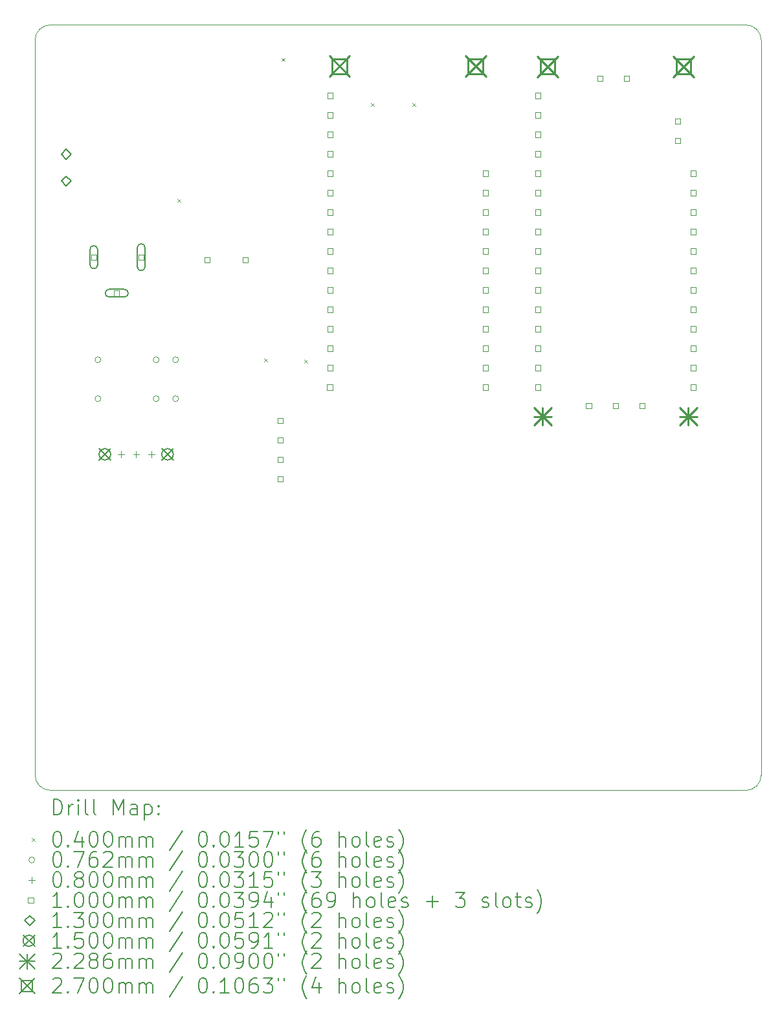
<source format=gbr>
%TF.GenerationSoftware,KiCad,Pcbnew,7.0.1*%
%TF.CreationDate,2023-05-15T21:35:14-05:00*%
%TF.ProjectId,MiniSSO-Tester,4d696e69-5353-44f2-9d54-65737465722e,1*%
%TF.SameCoordinates,Original*%
%TF.FileFunction,Drillmap*%
%TF.FilePolarity,Positive*%
%FSLAX45Y45*%
G04 Gerber Fmt 4.5, Leading zero omitted, Abs format (unit mm)*
G04 Created by KiCad (PCBNEW 7.0.1) date 2023-05-15 21:35:14*
%MOMM*%
%LPD*%
G01*
G04 APERTURE LIST*
%ADD10C,0.100000*%
%ADD11C,0.200000*%
%ADD12C,0.040000*%
%ADD13C,0.076200*%
%ADD14C,0.080000*%
%ADD15C,0.130000*%
%ADD16C,0.150000*%
%ADD17C,0.228600*%
%ADD18C,0.270000*%
G04 APERTURE END LIST*
D10*
X5271421Y-6175000D02*
X5271421Y-15773579D01*
X14570000Y-5975000D02*
X5471421Y-5975000D01*
X14770000Y-15775000D02*
X14770000Y-6175000D01*
X5471421Y-15973579D02*
X14570000Y-15975000D01*
X14570000Y-15975000D02*
G75*
G03*
X14770000Y-15775000I0J200000D01*
G01*
X5271421Y-15773579D02*
G75*
G03*
X5471421Y-15973579I199999J-1D01*
G01*
X5471421Y-5975001D02*
G75*
G03*
X5271421Y-6175000I-1J-199999D01*
G01*
X14770000Y-6175000D02*
G75*
G03*
X14570000Y-5975000I-200000J0D01*
G01*
D11*
D12*
X7135000Y-8250000D02*
X7175000Y-8290000D01*
X7175000Y-8250000D02*
X7135000Y-8290000D01*
X8270000Y-10335000D02*
X8310000Y-10375000D01*
X8310000Y-10335000D02*
X8270000Y-10375000D01*
X8495000Y-6410000D02*
X8535000Y-6450000D01*
X8535000Y-6410000D02*
X8495000Y-6450000D01*
X8795000Y-10350000D02*
X8835000Y-10390000D01*
X8835000Y-10350000D02*
X8795000Y-10390000D01*
X9665000Y-7000000D02*
X9705000Y-7040000D01*
X9705000Y-7000000D02*
X9665000Y-7040000D01*
X10205000Y-7000000D02*
X10245000Y-7040000D01*
X10245000Y-7000000D02*
X10205000Y-7040000D01*
D13*
X6132600Y-10350500D02*
G75*
G03*
X6132600Y-10350500I-38100J0D01*
G01*
X6132600Y-10858500D02*
G75*
G03*
X6132600Y-10858500I-38100J0D01*
G01*
X6894600Y-10350500D02*
G75*
G03*
X6894600Y-10350500I-38100J0D01*
G01*
X6894600Y-10858500D02*
G75*
G03*
X6894600Y-10858500I-38100J0D01*
G01*
X7148600Y-10350500D02*
G75*
G03*
X7148600Y-10350500I-38100J0D01*
G01*
X7148600Y-10858500D02*
G75*
G03*
X7148600Y-10858500I-38100J0D01*
G01*
D14*
X6395000Y-11545000D02*
X6395000Y-11625000D01*
X6355000Y-11585000D02*
X6435000Y-11585000D01*
X6595000Y-11545000D02*
X6595000Y-11625000D01*
X6555000Y-11585000D02*
X6635000Y-11585000D01*
X6795000Y-11545000D02*
X6795000Y-11625000D01*
X6755000Y-11585000D02*
X6835000Y-11585000D01*
D10*
X6075356Y-9045356D02*
X6075356Y-8974644D01*
X6004644Y-8974644D01*
X6004644Y-9045356D01*
X6075356Y-9045356D01*
D11*
X5990000Y-8910000D02*
X5990000Y-9110000D01*
X5990000Y-9110000D02*
G75*
G03*
X6090000Y-9110000I50000J0D01*
G01*
X6090000Y-9110000D02*
X6090000Y-8910000D01*
X6090000Y-8910000D02*
G75*
G03*
X5990000Y-8910000I-50000J0D01*
G01*
D10*
X6375356Y-9515356D02*
X6375356Y-9444644D01*
X6304644Y-9444644D01*
X6304644Y-9515356D01*
X6375356Y-9515356D01*
D11*
X6240000Y-9530000D02*
X6440000Y-9530000D01*
X6440000Y-9530000D02*
G75*
G03*
X6440000Y-9430000I0J50000D01*
G01*
X6440000Y-9430000D02*
X6240000Y-9430000D01*
X6240000Y-9430000D02*
G75*
G03*
X6240000Y-9530000I0J-50000D01*
G01*
D10*
X6695356Y-9045356D02*
X6695356Y-8974644D01*
X6624644Y-8974644D01*
X6624644Y-9045356D01*
X6695356Y-9045356D01*
D11*
X6610000Y-8885000D02*
X6610000Y-9135000D01*
X6610000Y-9135000D02*
G75*
G03*
X6710000Y-9135000I50000J0D01*
G01*
X6710000Y-9135000D02*
X6710000Y-8885000D01*
X6710000Y-8885000D02*
G75*
G03*
X6610000Y-8885000I-50000J0D01*
G01*
D10*
X7555356Y-9080356D02*
X7555356Y-9009644D01*
X7484644Y-9009644D01*
X7484644Y-9080356D01*
X7555356Y-9080356D01*
X8055356Y-9080356D02*
X8055356Y-9009644D01*
X7984644Y-9009644D01*
X7984644Y-9080356D01*
X8055356Y-9080356D01*
X8515356Y-11178356D02*
X8515356Y-11107644D01*
X8444644Y-11107644D01*
X8444644Y-11178356D01*
X8515356Y-11178356D01*
X8515356Y-11432356D02*
X8515356Y-11361644D01*
X8444644Y-11361644D01*
X8444644Y-11432356D01*
X8515356Y-11432356D01*
X8515356Y-11686356D02*
X8515356Y-11615644D01*
X8444644Y-11615644D01*
X8444644Y-11686356D01*
X8515356Y-11686356D01*
X8515356Y-11940356D02*
X8515356Y-11869644D01*
X8444644Y-11869644D01*
X8444644Y-11940356D01*
X8515356Y-11940356D01*
X9161896Y-10745356D02*
X9161896Y-10674644D01*
X9091184Y-10674644D01*
X9091184Y-10745356D01*
X9161896Y-10745356D01*
X9164436Y-6935356D02*
X9164436Y-6864644D01*
X9093724Y-6864644D01*
X9093724Y-6935356D01*
X9164436Y-6935356D01*
X9164436Y-7189356D02*
X9164436Y-7118644D01*
X9093724Y-7118644D01*
X9093724Y-7189356D01*
X9164436Y-7189356D01*
X9164436Y-7443356D02*
X9164436Y-7372644D01*
X9093724Y-7372644D01*
X9093724Y-7443356D01*
X9164436Y-7443356D01*
X9164436Y-7697356D02*
X9164436Y-7626644D01*
X9093724Y-7626644D01*
X9093724Y-7697356D01*
X9164436Y-7697356D01*
X9164436Y-7951356D02*
X9164436Y-7880644D01*
X9093724Y-7880644D01*
X9093724Y-7951356D01*
X9164436Y-7951356D01*
X9164436Y-8205356D02*
X9164436Y-8134644D01*
X9093724Y-8134644D01*
X9093724Y-8205356D01*
X9164436Y-8205356D01*
X9164436Y-8459356D02*
X9164436Y-8388644D01*
X9093724Y-8388644D01*
X9093724Y-8459356D01*
X9164436Y-8459356D01*
X9164436Y-8713356D02*
X9164436Y-8642644D01*
X9093724Y-8642644D01*
X9093724Y-8713356D01*
X9164436Y-8713356D01*
X9164436Y-8967356D02*
X9164436Y-8896644D01*
X9093724Y-8896644D01*
X9093724Y-8967356D01*
X9164436Y-8967356D01*
X9164436Y-9221356D02*
X9164436Y-9150644D01*
X9093724Y-9150644D01*
X9093724Y-9221356D01*
X9164436Y-9221356D01*
X9164436Y-9475356D02*
X9164436Y-9404644D01*
X9093724Y-9404644D01*
X9093724Y-9475356D01*
X9164436Y-9475356D01*
X9164436Y-9729356D02*
X9164436Y-9658644D01*
X9093724Y-9658644D01*
X9093724Y-9729356D01*
X9164436Y-9729356D01*
X9164436Y-9983356D02*
X9164436Y-9912644D01*
X9093724Y-9912644D01*
X9093724Y-9983356D01*
X9164436Y-9983356D01*
X9164436Y-10237356D02*
X9164436Y-10166644D01*
X9093724Y-10166644D01*
X9093724Y-10237356D01*
X9164436Y-10237356D01*
X9164436Y-10491356D02*
X9164436Y-10420644D01*
X9093724Y-10420644D01*
X9093724Y-10491356D01*
X9164436Y-10491356D01*
X11196436Y-7951356D02*
X11196436Y-7880644D01*
X11125724Y-7880644D01*
X11125724Y-7951356D01*
X11196436Y-7951356D01*
X11196436Y-8205356D02*
X11196436Y-8134644D01*
X11125724Y-8134644D01*
X11125724Y-8205356D01*
X11196436Y-8205356D01*
X11196436Y-8459356D02*
X11196436Y-8388644D01*
X11125724Y-8388644D01*
X11125724Y-8459356D01*
X11196436Y-8459356D01*
X11196436Y-8713356D02*
X11196436Y-8642644D01*
X11125724Y-8642644D01*
X11125724Y-8713356D01*
X11196436Y-8713356D01*
X11196436Y-8967356D02*
X11196436Y-8896644D01*
X11125724Y-8896644D01*
X11125724Y-8967356D01*
X11196436Y-8967356D01*
X11196436Y-9221356D02*
X11196436Y-9150644D01*
X11125724Y-9150644D01*
X11125724Y-9221356D01*
X11196436Y-9221356D01*
X11196436Y-9475356D02*
X11196436Y-9404644D01*
X11125724Y-9404644D01*
X11125724Y-9475356D01*
X11196436Y-9475356D01*
X11196436Y-9729356D02*
X11196436Y-9658644D01*
X11125724Y-9658644D01*
X11125724Y-9729356D01*
X11196436Y-9729356D01*
X11196436Y-9983356D02*
X11196436Y-9912644D01*
X11125724Y-9912644D01*
X11125724Y-9983356D01*
X11196436Y-9983356D01*
X11196436Y-10237356D02*
X11196436Y-10166644D01*
X11125724Y-10166644D01*
X11125724Y-10237356D01*
X11196436Y-10237356D01*
X11196436Y-10491356D02*
X11196436Y-10420644D01*
X11125724Y-10420644D01*
X11125724Y-10491356D01*
X11196436Y-10491356D01*
X11196436Y-10745356D02*
X11196436Y-10674644D01*
X11125724Y-10674644D01*
X11125724Y-10745356D01*
X11196436Y-10745356D01*
X11881896Y-10745356D02*
X11881896Y-10674644D01*
X11811184Y-10674644D01*
X11811184Y-10745356D01*
X11881896Y-10745356D01*
X11884436Y-6935356D02*
X11884436Y-6864644D01*
X11813724Y-6864644D01*
X11813724Y-6935356D01*
X11884436Y-6935356D01*
X11884436Y-7189356D02*
X11884436Y-7118644D01*
X11813724Y-7118644D01*
X11813724Y-7189356D01*
X11884436Y-7189356D01*
X11884436Y-7443356D02*
X11884436Y-7372644D01*
X11813724Y-7372644D01*
X11813724Y-7443356D01*
X11884436Y-7443356D01*
X11884436Y-7697356D02*
X11884436Y-7626644D01*
X11813724Y-7626644D01*
X11813724Y-7697356D01*
X11884436Y-7697356D01*
X11884436Y-7951356D02*
X11884436Y-7880644D01*
X11813724Y-7880644D01*
X11813724Y-7951356D01*
X11884436Y-7951356D01*
X11884436Y-8205356D02*
X11884436Y-8134644D01*
X11813724Y-8134644D01*
X11813724Y-8205356D01*
X11884436Y-8205356D01*
X11884436Y-8459356D02*
X11884436Y-8388644D01*
X11813724Y-8388644D01*
X11813724Y-8459356D01*
X11884436Y-8459356D01*
X11884436Y-8713356D02*
X11884436Y-8642644D01*
X11813724Y-8642644D01*
X11813724Y-8713356D01*
X11884436Y-8713356D01*
X11884436Y-8967356D02*
X11884436Y-8896644D01*
X11813724Y-8896644D01*
X11813724Y-8967356D01*
X11884436Y-8967356D01*
X11884436Y-9221356D02*
X11884436Y-9150644D01*
X11813724Y-9150644D01*
X11813724Y-9221356D01*
X11884436Y-9221356D01*
X11884436Y-9475356D02*
X11884436Y-9404644D01*
X11813724Y-9404644D01*
X11813724Y-9475356D01*
X11884436Y-9475356D01*
X11884436Y-9729356D02*
X11884436Y-9658644D01*
X11813724Y-9658644D01*
X11813724Y-9729356D01*
X11884436Y-9729356D01*
X11884436Y-9983356D02*
X11884436Y-9912644D01*
X11813724Y-9912644D01*
X11813724Y-9983356D01*
X11884436Y-9983356D01*
X11884436Y-10237356D02*
X11884436Y-10166644D01*
X11813724Y-10166644D01*
X11813724Y-10237356D01*
X11884436Y-10237356D01*
X11884436Y-10491356D02*
X11884436Y-10420644D01*
X11813724Y-10420644D01*
X11813724Y-10491356D01*
X11884436Y-10491356D01*
X12549876Y-10985116D02*
X12549876Y-10914404D01*
X12479164Y-10914404D01*
X12479164Y-10985116D01*
X12549876Y-10985116D01*
X12695876Y-6712116D02*
X12695876Y-6641404D01*
X12625164Y-6641404D01*
X12625164Y-6712116D01*
X12695876Y-6712116D01*
X12899876Y-10985116D02*
X12899876Y-10914404D01*
X12829164Y-10914404D01*
X12829164Y-10985116D01*
X12899876Y-10985116D01*
X13045876Y-6712116D02*
X13045876Y-6641404D01*
X12975164Y-6641404D01*
X12975164Y-6712116D01*
X13045876Y-6712116D01*
X13249876Y-10985116D02*
X13249876Y-10914404D01*
X13179164Y-10914404D01*
X13179164Y-10985116D01*
X13249876Y-10985116D01*
X13714876Y-7266116D02*
X13714876Y-7195404D01*
X13644164Y-7195404D01*
X13644164Y-7266116D01*
X13714876Y-7266116D01*
X13714876Y-7520116D02*
X13714876Y-7449404D01*
X13644164Y-7449404D01*
X13644164Y-7520116D01*
X13714876Y-7520116D01*
X13916436Y-7951356D02*
X13916436Y-7880644D01*
X13845724Y-7880644D01*
X13845724Y-7951356D01*
X13916436Y-7951356D01*
X13916436Y-8205356D02*
X13916436Y-8134644D01*
X13845724Y-8134644D01*
X13845724Y-8205356D01*
X13916436Y-8205356D01*
X13916436Y-8459356D02*
X13916436Y-8388644D01*
X13845724Y-8388644D01*
X13845724Y-8459356D01*
X13916436Y-8459356D01*
X13916436Y-8713356D02*
X13916436Y-8642644D01*
X13845724Y-8642644D01*
X13845724Y-8713356D01*
X13916436Y-8713356D01*
X13916436Y-8967356D02*
X13916436Y-8896644D01*
X13845724Y-8896644D01*
X13845724Y-8967356D01*
X13916436Y-8967356D01*
X13916436Y-9221356D02*
X13916436Y-9150644D01*
X13845724Y-9150644D01*
X13845724Y-9221356D01*
X13916436Y-9221356D01*
X13916436Y-9475356D02*
X13916436Y-9404644D01*
X13845724Y-9404644D01*
X13845724Y-9475356D01*
X13916436Y-9475356D01*
X13916436Y-9729356D02*
X13916436Y-9658644D01*
X13845724Y-9658644D01*
X13845724Y-9729356D01*
X13916436Y-9729356D01*
X13916436Y-9983356D02*
X13916436Y-9912644D01*
X13845724Y-9912644D01*
X13845724Y-9983356D01*
X13916436Y-9983356D01*
X13916436Y-10237356D02*
X13916436Y-10166644D01*
X13845724Y-10166644D01*
X13845724Y-10237356D01*
X13916436Y-10237356D01*
X13916436Y-10491356D02*
X13916436Y-10420644D01*
X13845724Y-10420644D01*
X13845724Y-10491356D01*
X13916436Y-10491356D01*
X13916436Y-10745356D02*
X13916436Y-10674644D01*
X13845724Y-10674644D01*
X13845724Y-10745356D01*
X13916436Y-10745356D01*
D15*
X5680000Y-7730000D02*
X5745000Y-7665000D01*
X5680000Y-7600000D01*
X5615000Y-7665000D01*
X5680000Y-7730000D01*
X5680000Y-8080000D02*
X5745000Y-8015000D01*
X5680000Y-7950000D01*
X5615000Y-8015000D01*
X5680000Y-8080000D01*
D16*
X6110000Y-11510000D02*
X6260000Y-11660000D01*
X6260000Y-11510000D02*
X6110000Y-11660000D01*
X6260000Y-11585000D02*
G75*
G03*
X6260000Y-11585000I-75000J0D01*
G01*
X6930000Y-11510000D02*
X7080000Y-11660000D01*
X7080000Y-11510000D02*
X6930000Y-11660000D01*
X7080000Y-11585000D02*
G75*
G03*
X7080000Y-11585000I-75000J0D01*
G01*
D17*
X11798280Y-10976700D02*
X12026880Y-11205300D01*
X12026880Y-10976700D02*
X11798280Y-11205300D01*
X11912580Y-10976700D02*
X11912580Y-11205300D01*
X11798280Y-11091000D02*
X12026880Y-11091000D01*
X13703280Y-10976700D02*
X13931880Y-11205300D01*
X13931880Y-10976700D02*
X13703280Y-11205300D01*
X13817580Y-10976700D02*
X13817580Y-11205300D01*
X13703280Y-11091000D02*
X13931880Y-11091000D01*
D18*
X9119300Y-6382220D02*
X9389300Y-6652220D01*
X9389300Y-6382220D02*
X9119300Y-6652220D01*
X9349760Y-6612680D02*
X9349760Y-6421760D01*
X9158840Y-6421760D01*
X9158840Y-6612680D01*
X9349760Y-6612680D01*
X10899300Y-6382220D02*
X11169300Y-6652220D01*
X11169300Y-6382220D02*
X10899300Y-6652220D01*
X11129760Y-6612680D02*
X11129760Y-6421760D01*
X10938840Y-6421760D01*
X10938840Y-6612680D01*
X11129760Y-6612680D01*
X11841080Y-6384000D02*
X12111080Y-6654000D01*
X12111080Y-6384000D02*
X11841080Y-6654000D01*
X12071540Y-6614460D02*
X12071540Y-6423540D01*
X11880620Y-6423540D01*
X11880620Y-6614460D01*
X12071540Y-6614460D01*
X13619080Y-6384000D02*
X13889080Y-6654000D01*
X13889080Y-6384000D02*
X13619080Y-6654000D01*
X13849540Y-6614460D02*
X13849540Y-6423540D01*
X13658620Y-6423540D01*
X13658620Y-6614460D01*
X13849540Y-6614460D01*
D11*
X5514040Y-16292524D02*
X5514040Y-16092524D01*
X5514040Y-16092524D02*
X5561659Y-16092524D01*
X5561659Y-16092524D02*
X5590231Y-16102048D01*
X5590231Y-16102048D02*
X5609278Y-16121095D01*
X5609278Y-16121095D02*
X5618802Y-16140143D01*
X5618802Y-16140143D02*
X5628326Y-16178238D01*
X5628326Y-16178238D02*
X5628326Y-16206809D01*
X5628326Y-16206809D02*
X5618802Y-16244905D01*
X5618802Y-16244905D02*
X5609278Y-16263952D01*
X5609278Y-16263952D02*
X5590231Y-16283000D01*
X5590231Y-16283000D02*
X5561659Y-16292524D01*
X5561659Y-16292524D02*
X5514040Y-16292524D01*
X5714040Y-16292524D02*
X5714040Y-16159190D01*
X5714040Y-16197286D02*
X5723564Y-16178238D01*
X5723564Y-16178238D02*
X5733088Y-16168714D01*
X5733088Y-16168714D02*
X5752136Y-16159190D01*
X5752136Y-16159190D02*
X5771183Y-16159190D01*
X5837850Y-16292524D02*
X5837850Y-16159190D01*
X5837850Y-16092524D02*
X5828326Y-16102048D01*
X5828326Y-16102048D02*
X5837850Y-16111571D01*
X5837850Y-16111571D02*
X5847374Y-16102048D01*
X5847374Y-16102048D02*
X5837850Y-16092524D01*
X5837850Y-16092524D02*
X5837850Y-16111571D01*
X5961659Y-16292524D02*
X5942612Y-16283000D01*
X5942612Y-16283000D02*
X5933088Y-16263952D01*
X5933088Y-16263952D02*
X5933088Y-16092524D01*
X6066421Y-16292524D02*
X6047374Y-16283000D01*
X6047374Y-16283000D02*
X6037850Y-16263952D01*
X6037850Y-16263952D02*
X6037850Y-16092524D01*
X6294993Y-16292524D02*
X6294993Y-16092524D01*
X6294993Y-16092524D02*
X6361659Y-16235381D01*
X6361659Y-16235381D02*
X6428326Y-16092524D01*
X6428326Y-16092524D02*
X6428326Y-16292524D01*
X6609278Y-16292524D02*
X6609278Y-16187762D01*
X6609278Y-16187762D02*
X6599755Y-16168714D01*
X6599755Y-16168714D02*
X6580707Y-16159190D01*
X6580707Y-16159190D02*
X6542612Y-16159190D01*
X6542612Y-16159190D02*
X6523564Y-16168714D01*
X6609278Y-16283000D02*
X6590231Y-16292524D01*
X6590231Y-16292524D02*
X6542612Y-16292524D01*
X6542612Y-16292524D02*
X6523564Y-16283000D01*
X6523564Y-16283000D02*
X6514040Y-16263952D01*
X6514040Y-16263952D02*
X6514040Y-16244905D01*
X6514040Y-16244905D02*
X6523564Y-16225857D01*
X6523564Y-16225857D02*
X6542612Y-16216333D01*
X6542612Y-16216333D02*
X6590231Y-16216333D01*
X6590231Y-16216333D02*
X6609278Y-16206809D01*
X6704517Y-16159190D02*
X6704517Y-16359190D01*
X6704517Y-16168714D02*
X6723564Y-16159190D01*
X6723564Y-16159190D02*
X6761659Y-16159190D01*
X6761659Y-16159190D02*
X6780707Y-16168714D01*
X6780707Y-16168714D02*
X6790231Y-16178238D01*
X6790231Y-16178238D02*
X6799755Y-16197286D01*
X6799755Y-16197286D02*
X6799755Y-16254428D01*
X6799755Y-16254428D02*
X6790231Y-16273476D01*
X6790231Y-16273476D02*
X6780707Y-16283000D01*
X6780707Y-16283000D02*
X6761659Y-16292524D01*
X6761659Y-16292524D02*
X6723564Y-16292524D01*
X6723564Y-16292524D02*
X6704517Y-16283000D01*
X6885469Y-16273476D02*
X6894993Y-16283000D01*
X6894993Y-16283000D02*
X6885469Y-16292524D01*
X6885469Y-16292524D02*
X6875945Y-16283000D01*
X6875945Y-16283000D02*
X6885469Y-16273476D01*
X6885469Y-16273476D02*
X6885469Y-16292524D01*
X6885469Y-16168714D02*
X6894993Y-16178238D01*
X6894993Y-16178238D02*
X6885469Y-16187762D01*
X6885469Y-16187762D02*
X6875945Y-16178238D01*
X6875945Y-16178238D02*
X6885469Y-16168714D01*
X6885469Y-16168714D02*
X6885469Y-16187762D01*
D12*
X5226421Y-16600000D02*
X5266421Y-16640000D01*
X5266421Y-16600000D02*
X5226421Y-16640000D01*
D11*
X5552136Y-16512524D02*
X5571183Y-16512524D01*
X5571183Y-16512524D02*
X5590231Y-16522048D01*
X5590231Y-16522048D02*
X5599755Y-16531571D01*
X5599755Y-16531571D02*
X5609278Y-16550619D01*
X5609278Y-16550619D02*
X5618802Y-16588714D01*
X5618802Y-16588714D02*
X5618802Y-16636333D01*
X5618802Y-16636333D02*
X5609278Y-16674428D01*
X5609278Y-16674428D02*
X5599755Y-16693476D01*
X5599755Y-16693476D02*
X5590231Y-16703000D01*
X5590231Y-16703000D02*
X5571183Y-16712524D01*
X5571183Y-16712524D02*
X5552136Y-16712524D01*
X5552136Y-16712524D02*
X5533088Y-16703000D01*
X5533088Y-16703000D02*
X5523564Y-16693476D01*
X5523564Y-16693476D02*
X5514040Y-16674428D01*
X5514040Y-16674428D02*
X5504517Y-16636333D01*
X5504517Y-16636333D02*
X5504517Y-16588714D01*
X5504517Y-16588714D02*
X5514040Y-16550619D01*
X5514040Y-16550619D02*
X5523564Y-16531571D01*
X5523564Y-16531571D02*
X5533088Y-16522048D01*
X5533088Y-16522048D02*
X5552136Y-16512524D01*
X5704517Y-16693476D02*
X5714040Y-16703000D01*
X5714040Y-16703000D02*
X5704517Y-16712524D01*
X5704517Y-16712524D02*
X5694993Y-16703000D01*
X5694993Y-16703000D02*
X5704517Y-16693476D01*
X5704517Y-16693476D02*
X5704517Y-16712524D01*
X5885469Y-16579190D02*
X5885469Y-16712524D01*
X5837850Y-16503000D02*
X5790231Y-16645857D01*
X5790231Y-16645857D02*
X5914040Y-16645857D01*
X6028326Y-16512524D02*
X6047374Y-16512524D01*
X6047374Y-16512524D02*
X6066421Y-16522048D01*
X6066421Y-16522048D02*
X6075945Y-16531571D01*
X6075945Y-16531571D02*
X6085469Y-16550619D01*
X6085469Y-16550619D02*
X6094993Y-16588714D01*
X6094993Y-16588714D02*
X6094993Y-16636333D01*
X6094993Y-16636333D02*
X6085469Y-16674428D01*
X6085469Y-16674428D02*
X6075945Y-16693476D01*
X6075945Y-16693476D02*
X6066421Y-16703000D01*
X6066421Y-16703000D02*
X6047374Y-16712524D01*
X6047374Y-16712524D02*
X6028326Y-16712524D01*
X6028326Y-16712524D02*
X6009278Y-16703000D01*
X6009278Y-16703000D02*
X5999755Y-16693476D01*
X5999755Y-16693476D02*
X5990231Y-16674428D01*
X5990231Y-16674428D02*
X5980707Y-16636333D01*
X5980707Y-16636333D02*
X5980707Y-16588714D01*
X5980707Y-16588714D02*
X5990231Y-16550619D01*
X5990231Y-16550619D02*
X5999755Y-16531571D01*
X5999755Y-16531571D02*
X6009278Y-16522048D01*
X6009278Y-16522048D02*
X6028326Y-16512524D01*
X6218802Y-16512524D02*
X6237850Y-16512524D01*
X6237850Y-16512524D02*
X6256898Y-16522048D01*
X6256898Y-16522048D02*
X6266421Y-16531571D01*
X6266421Y-16531571D02*
X6275945Y-16550619D01*
X6275945Y-16550619D02*
X6285469Y-16588714D01*
X6285469Y-16588714D02*
X6285469Y-16636333D01*
X6285469Y-16636333D02*
X6275945Y-16674428D01*
X6275945Y-16674428D02*
X6266421Y-16693476D01*
X6266421Y-16693476D02*
X6256898Y-16703000D01*
X6256898Y-16703000D02*
X6237850Y-16712524D01*
X6237850Y-16712524D02*
X6218802Y-16712524D01*
X6218802Y-16712524D02*
X6199755Y-16703000D01*
X6199755Y-16703000D02*
X6190231Y-16693476D01*
X6190231Y-16693476D02*
X6180707Y-16674428D01*
X6180707Y-16674428D02*
X6171183Y-16636333D01*
X6171183Y-16636333D02*
X6171183Y-16588714D01*
X6171183Y-16588714D02*
X6180707Y-16550619D01*
X6180707Y-16550619D02*
X6190231Y-16531571D01*
X6190231Y-16531571D02*
X6199755Y-16522048D01*
X6199755Y-16522048D02*
X6218802Y-16512524D01*
X6371183Y-16712524D02*
X6371183Y-16579190D01*
X6371183Y-16598238D02*
X6380707Y-16588714D01*
X6380707Y-16588714D02*
X6399755Y-16579190D01*
X6399755Y-16579190D02*
X6428326Y-16579190D01*
X6428326Y-16579190D02*
X6447374Y-16588714D01*
X6447374Y-16588714D02*
X6456898Y-16607762D01*
X6456898Y-16607762D02*
X6456898Y-16712524D01*
X6456898Y-16607762D02*
X6466421Y-16588714D01*
X6466421Y-16588714D02*
X6485469Y-16579190D01*
X6485469Y-16579190D02*
X6514040Y-16579190D01*
X6514040Y-16579190D02*
X6533088Y-16588714D01*
X6533088Y-16588714D02*
X6542612Y-16607762D01*
X6542612Y-16607762D02*
X6542612Y-16712524D01*
X6637850Y-16712524D02*
X6637850Y-16579190D01*
X6637850Y-16598238D02*
X6647374Y-16588714D01*
X6647374Y-16588714D02*
X6666421Y-16579190D01*
X6666421Y-16579190D02*
X6694993Y-16579190D01*
X6694993Y-16579190D02*
X6714040Y-16588714D01*
X6714040Y-16588714D02*
X6723564Y-16607762D01*
X6723564Y-16607762D02*
X6723564Y-16712524D01*
X6723564Y-16607762D02*
X6733088Y-16588714D01*
X6733088Y-16588714D02*
X6752136Y-16579190D01*
X6752136Y-16579190D02*
X6780707Y-16579190D01*
X6780707Y-16579190D02*
X6799755Y-16588714D01*
X6799755Y-16588714D02*
X6809279Y-16607762D01*
X6809279Y-16607762D02*
X6809279Y-16712524D01*
X7199755Y-16503000D02*
X7028326Y-16760143D01*
X7456898Y-16512524D02*
X7475945Y-16512524D01*
X7475945Y-16512524D02*
X7494993Y-16522048D01*
X7494993Y-16522048D02*
X7504517Y-16531571D01*
X7504517Y-16531571D02*
X7514041Y-16550619D01*
X7514041Y-16550619D02*
X7523564Y-16588714D01*
X7523564Y-16588714D02*
X7523564Y-16636333D01*
X7523564Y-16636333D02*
X7514041Y-16674428D01*
X7514041Y-16674428D02*
X7504517Y-16693476D01*
X7504517Y-16693476D02*
X7494993Y-16703000D01*
X7494993Y-16703000D02*
X7475945Y-16712524D01*
X7475945Y-16712524D02*
X7456898Y-16712524D01*
X7456898Y-16712524D02*
X7437850Y-16703000D01*
X7437850Y-16703000D02*
X7428326Y-16693476D01*
X7428326Y-16693476D02*
X7418802Y-16674428D01*
X7418802Y-16674428D02*
X7409279Y-16636333D01*
X7409279Y-16636333D02*
X7409279Y-16588714D01*
X7409279Y-16588714D02*
X7418802Y-16550619D01*
X7418802Y-16550619D02*
X7428326Y-16531571D01*
X7428326Y-16531571D02*
X7437850Y-16522048D01*
X7437850Y-16522048D02*
X7456898Y-16512524D01*
X7609279Y-16693476D02*
X7618802Y-16703000D01*
X7618802Y-16703000D02*
X7609279Y-16712524D01*
X7609279Y-16712524D02*
X7599755Y-16703000D01*
X7599755Y-16703000D02*
X7609279Y-16693476D01*
X7609279Y-16693476D02*
X7609279Y-16712524D01*
X7742612Y-16512524D02*
X7761660Y-16512524D01*
X7761660Y-16512524D02*
X7780707Y-16522048D01*
X7780707Y-16522048D02*
X7790231Y-16531571D01*
X7790231Y-16531571D02*
X7799755Y-16550619D01*
X7799755Y-16550619D02*
X7809279Y-16588714D01*
X7809279Y-16588714D02*
X7809279Y-16636333D01*
X7809279Y-16636333D02*
X7799755Y-16674428D01*
X7799755Y-16674428D02*
X7790231Y-16693476D01*
X7790231Y-16693476D02*
X7780707Y-16703000D01*
X7780707Y-16703000D02*
X7761660Y-16712524D01*
X7761660Y-16712524D02*
X7742612Y-16712524D01*
X7742612Y-16712524D02*
X7723564Y-16703000D01*
X7723564Y-16703000D02*
X7714041Y-16693476D01*
X7714041Y-16693476D02*
X7704517Y-16674428D01*
X7704517Y-16674428D02*
X7694993Y-16636333D01*
X7694993Y-16636333D02*
X7694993Y-16588714D01*
X7694993Y-16588714D02*
X7704517Y-16550619D01*
X7704517Y-16550619D02*
X7714041Y-16531571D01*
X7714041Y-16531571D02*
X7723564Y-16522048D01*
X7723564Y-16522048D02*
X7742612Y-16512524D01*
X7999755Y-16712524D02*
X7885469Y-16712524D01*
X7942612Y-16712524D02*
X7942612Y-16512524D01*
X7942612Y-16512524D02*
X7923564Y-16541095D01*
X7923564Y-16541095D02*
X7904517Y-16560143D01*
X7904517Y-16560143D02*
X7885469Y-16569667D01*
X8180707Y-16512524D02*
X8085469Y-16512524D01*
X8085469Y-16512524D02*
X8075945Y-16607762D01*
X8075945Y-16607762D02*
X8085469Y-16598238D01*
X8085469Y-16598238D02*
X8104517Y-16588714D01*
X8104517Y-16588714D02*
X8152136Y-16588714D01*
X8152136Y-16588714D02*
X8171183Y-16598238D01*
X8171183Y-16598238D02*
X8180707Y-16607762D01*
X8180707Y-16607762D02*
X8190231Y-16626809D01*
X8190231Y-16626809D02*
X8190231Y-16674428D01*
X8190231Y-16674428D02*
X8180707Y-16693476D01*
X8180707Y-16693476D02*
X8171183Y-16703000D01*
X8171183Y-16703000D02*
X8152136Y-16712524D01*
X8152136Y-16712524D02*
X8104517Y-16712524D01*
X8104517Y-16712524D02*
X8085469Y-16703000D01*
X8085469Y-16703000D02*
X8075945Y-16693476D01*
X8256898Y-16512524D02*
X8390231Y-16512524D01*
X8390231Y-16512524D02*
X8304517Y-16712524D01*
X8456898Y-16512524D02*
X8456898Y-16550619D01*
X8533088Y-16512524D02*
X8533088Y-16550619D01*
X8828327Y-16788714D02*
X8818803Y-16779190D01*
X8818803Y-16779190D02*
X8799755Y-16750619D01*
X8799755Y-16750619D02*
X8790231Y-16731571D01*
X8790231Y-16731571D02*
X8780707Y-16703000D01*
X8780707Y-16703000D02*
X8771184Y-16655381D01*
X8771184Y-16655381D02*
X8771184Y-16617286D01*
X8771184Y-16617286D02*
X8780707Y-16569667D01*
X8780707Y-16569667D02*
X8790231Y-16541095D01*
X8790231Y-16541095D02*
X8799755Y-16522048D01*
X8799755Y-16522048D02*
X8818803Y-16493476D01*
X8818803Y-16493476D02*
X8828327Y-16483952D01*
X8990231Y-16512524D02*
X8952136Y-16512524D01*
X8952136Y-16512524D02*
X8933088Y-16522048D01*
X8933088Y-16522048D02*
X8923565Y-16531571D01*
X8923565Y-16531571D02*
X8904517Y-16560143D01*
X8904517Y-16560143D02*
X8894993Y-16598238D01*
X8894993Y-16598238D02*
X8894993Y-16674428D01*
X8894993Y-16674428D02*
X8904517Y-16693476D01*
X8904517Y-16693476D02*
X8914041Y-16703000D01*
X8914041Y-16703000D02*
X8933088Y-16712524D01*
X8933088Y-16712524D02*
X8971184Y-16712524D01*
X8971184Y-16712524D02*
X8990231Y-16703000D01*
X8990231Y-16703000D02*
X8999755Y-16693476D01*
X8999755Y-16693476D02*
X9009279Y-16674428D01*
X9009279Y-16674428D02*
X9009279Y-16626809D01*
X9009279Y-16626809D02*
X8999755Y-16607762D01*
X8999755Y-16607762D02*
X8990231Y-16598238D01*
X8990231Y-16598238D02*
X8971184Y-16588714D01*
X8971184Y-16588714D02*
X8933088Y-16588714D01*
X8933088Y-16588714D02*
X8914041Y-16598238D01*
X8914041Y-16598238D02*
X8904517Y-16607762D01*
X8904517Y-16607762D02*
X8894993Y-16626809D01*
X9247374Y-16712524D02*
X9247374Y-16512524D01*
X9333088Y-16712524D02*
X9333088Y-16607762D01*
X9333088Y-16607762D02*
X9323565Y-16588714D01*
X9323565Y-16588714D02*
X9304517Y-16579190D01*
X9304517Y-16579190D02*
X9275946Y-16579190D01*
X9275946Y-16579190D02*
X9256898Y-16588714D01*
X9256898Y-16588714D02*
X9247374Y-16598238D01*
X9456898Y-16712524D02*
X9437850Y-16703000D01*
X9437850Y-16703000D02*
X9428327Y-16693476D01*
X9428327Y-16693476D02*
X9418803Y-16674428D01*
X9418803Y-16674428D02*
X9418803Y-16617286D01*
X9418803Y-16617286D02*
X9428327Y-16598238D01*
X9428327Y-16598238D02*
X9437850Y-16588714D01*
X9437850Y-16588714D02*
X9456898Y-16579190D01*
X9456898Y-16579190D02*
X9485469Y-16579190D01*
X9485469Y-16579190D02*
X9504517Y-16588714D01*
X9504517Y-16588714D02*
X9514041Y-16598238D01*
X9514041Y-16598238D02*
X9523565Y-16617286D01*
X9523565Y-16617286D02*
X9523565Y-16674428D01*
X9523565Y-16674428D02*
X9514041Y-16693476D01*
X9514041Y-16693476D02*
X9504517Y-16703000D01*
X9504517Y-16703000D02*
X9485469Y-16712524D01*
X9485469Y-16712524D02*
X9456898Y-16712524D01*
X9637850Y-16712524D02*
X9618803Y-16703000D01*
X9618803Y-16703000D02*
X9609279Y-16683952D01*
X9609279Y-16683952D02*
X9609279Y-16512524D01*
X9790231Y-16703000D02*
X9771184Y-16712524D01*
X9771184Y-16712524D02*
X9733088Y-16712524D01*
X9733088Y-16712524D02*
X9714041Y-16703000D01*
X9714041Y-16703000D02*
X9704517Y-16683952D01*
X9704517Y-16683952D02*
X9704517Y-16607762D01*
X9704517Y-16607762D02*
X9714041Y-16588714D01*
X9714041Y-16588714D02*
X9733088Y-16579190D01*
X9733088Y-16579190D02*
X9771184Y-16579190D01*
X9771184Y-16579190D02*
X9790231Y-16588714D01*
X9790231Y-16588714D02*
X9799755Y-16607762D01*
X9799755Y-16607762D02*
X9799755Y-16626809D01*
X9799755Y-16626809D02*
X9704517Y-16645857D01*
X9875946Y-16703000D02*
X9894993Y-16712524D01*
X9894993Y-16712524D02*
X9933088Y-16712524D01*
X9933088Y-16712524D02*
X9952136Y-16703000D01*
X9952136Y-16703000D02*
X9961660Y-16683952D01*
X9961660Y-16683952D02*
X9961660Y-16674428D01*
X9961660Y-16674428D02*
X9952136Y-16655381D01*
X9952136Y-16655381D02*
X9933088Y-16645857D01*
X9933088Y-16645857D02*
X9904517Y-16645857D01*
X9904517Y-16645857D02*
X9885469Y-16636333D01*
X9885469Y-16636333D02*
X9875946Y-16617286D01*
X9875946Y-16617286D02*
X9875946Y-16607762D01*
X9875946Y-16607762D02*
X9885469Y-16588714D01*
X9885469Y-16588714D02*
X9904517Y-16579190D01*
X9904517Y-16579190D02*
X9933088Y-16579190D01*
X9933088Y-16579190D02*
X9952136Y-16588714D01*
X10028327Y-16788714D02*
X10037850Y-16779190D01*
X10037850Y-16779190D02*
X10056898Y-16750619D01*
X10056898Y-16750619D02*
X10066422Y-16731571D01*
X10066422Y-16731571D02*
X10075946Y-16703000D01*
X10075946Y-16703000D02*
X10085469Y-16655381D01*
X10085469Y-16655381D02*
X10085469Y-16617286D01*
X10085469Y-16617286D02*
X10075946Y-16569667D01*
X10075946Y-16569667D02*
X10066422Y-16541095D01*
X10066422Y-16541095D02*
X10056898Y-16522048D01*
X10056898Y-16522048D02*
X10037850Y-16493476D01*
X10037850Y-16493476D02*
X10028327Y-16483952D01*
D13*
X5266421Y-16884000D02*
G75*
G03*
X5266421Y-16884000I-38100J0D01*
G01*
D11*
X5552136Y-16776524D02*
X5571183Y-16776524D01*
X5571183Y-16776524D02*
X5590231Y-16786048D01*
X5590231Y-16786048D02*
X5599755Y-16795571D01*
X5599755Y-16795571D02*
X5609278Y-16814619D01*
X5609278Y-16814619D02*
X5618802Y-16852714D01*
X5618802Y-16852714D02*
X5618802Y-16900333D01*
X5618802Y-16900333D02*
X5609278Y-16938429D01*
X5609278Y-16938429D02*
X5599755Y-16957476D01*
X5599755Y-16957476D02*
X5590231Y-16967000D01*
X5590231Y-16967000D02*
X5571183Y-16976524D01*
X5571183Y-16976524D02*
X5552136Y-16976524D01*
X5552136Y-16976524D02*
X5533088Y-16967000D01*
X5533088Y-16967000D02*
X5523564Y-16957476D01*
X5523564Y-16957476D02*
X5514040Y-16938429D01*
X5514040Y-16938429D02*
X5504517Y-16900333D01*
X5504517Y-16900333D02*
X5504517Y-16852714D01*
X5504517Y-16852714D02*
X5514040Y-16814619D01*
X5514040Y-16814619D02*
X5523564Y-16795571D01*
X5523564Y-16795571D02*
X5533088Y-16786048D01*
X5533088Y-16786048D02*
X5552136Y-16776524D01*
X5704517Y-16957476D02*
X5714040Y-16967000D01*
X5714040Y-16967000D02*
X5704517Y-16976524D01*
X5704517Y-16976524D02*
X5694993Y-16967000D01*
X5694993Y-16967000D02*
X5704517Y-16957476D01*
X5704517Y-16957476D02*
X5704517Y-16976524D01*
X5780707Y-16776524D02*
X5914040Y-16776524D01*
X5914040Y-16776524D02*
X5828326Y-16976524D01*
X6075945Y-16776524D02*
X6037850Y-16776524D01*
X6037850Y-16776524D02*
X6018802Y-16786048D01*
X6018802Y-16786048D02*
X6009278Y-16795571D01*
X6009278Y-16795571D02*
X5990231Y-16824143D01*
X5990231Y-16824143D02*
X5980707Y-16862238D01*
X5980707Y-16862238D02*
X5980707Y-16938429D01*
X5980707Y-16938429D02*
X5990231Y-16957476D01*
X5990231Y-16957476D02*
X5999755Y-16967000D01*
X5999755Y-16967000D02*
X6018802Y-16976524D01*
X6018802Y-16976524D02*
X6056898Y-16976524D01*
X6056898Y-16976524D02*
X6075945Y-16967000D01*
X6075945Y-16967000D02*
X6085469Y-16957476D01*
X6085469Y-16957476D02*
X6094993Y-16938429D01*
X6094993Y-16938429D02*
X6094993Y-16890810D01*
X6094993Y-16890810D02*
X6085469Y-16871762D01*
X6085469Y-16871762D02*
X6075945Y-16862238D01*
X6075945Y-16862238D02*
X6056898Y-16852714D01*
X6056898Y-16852714D02*
X6018802Y-16852714D01*
X6018802Y-16852714D02*
X5999755Y-16862238D01*
X5999755Y-16862238D02*
X5990231Y-16871762D01*
X5990231Y-16871762D02*
X5980707Y-16890810D01*
X6171183Y-16795571D02*
X6180707Y-16786048D01*
X6180707Y-16786048D02*
X6199755Y-16776524D01*
X6199755Y-16776524D02*
X6247374Y-16776524D01*
X6247374Y-16776524D02*
X6266421Y-16786048D01*
X6266421Y-16786048D02*
X6275945Y-16795571D01*
X6275945Y-16795571D02*
X6285469Y-16814619D01*
X6285469Y-16814619D02*
X6285469Y-16833667D01*
X6285469Y-16833667D02*
X6275945Y-16862238D01*
X6275945Y-16862238D02*
X6161659Y-16976524D01*
X6161659Y-16976524D02*
X6285469Y-16976524D01*
X6371183Y-16976524D02*
X6371183Y-16843190D01*
X6371183Y-16862238D02*
X6380707Y-16852714D01*
X6380707Y-16852714D02*
X6399755Y-16843190D01*
X6399755Y-16843190D02*
X6428326Y-16843190D01*
X6428326Y-16843190D02*
X6447374Y-16852714D01*
X6447374Y-16852714D02*
X6456898Y-16871762D01*
X6456898Y-16871762D02*
X6456898Y-16976524D01*
X6456898Y-16871762D02*
X6466421Y-16852714D01*
X6466421Y-16852714D02*
X6485469Y-16843190D01*
X6485469Y-16843190D02*
X6514040Y-16843190D01*
X6514040Y-16843190D02*
X6533088Y-16852714D01*
X6533088Y-16852714D02*
X6542612Y-16871762D01*
X6542612Y-16871762D02*
X6542612Y-16976524D01*
X6637850Y-16976524D02*
X6637850Y-16843190D01*
X6637850Y-16862238D02*
X6647374Y-16852714D01*
X6647374Y-16852714D02*
X6666421Y-16843190D01*
X6666421Y-16843190D02*
X6694993Y-16843190D01*
X6694993Y-16843190D02*
X6714040Y-16852714D01*
X6714040Y-16852714D02*
X6723564Y-16871762D01*
X6723564Y-16871762D02*
X6723564Y-16976524D01*
X6723564Y-16871762D02*
X6733088Y-16852714D01*
X6733088Y-16852714D02*
X6752136Y-16843190D01*
X6752136Y-16843190D02*
X6780707Y-16843190D01*
X6780707Y-16843190D02*
X6799755Y-16852714D01*
X6799755Y-16852714D02*
X6809279Y-16871762D01*
X6809279Y-16871762D02*
X6809279Y-16976524D01*
X7199755Y-16767000D02*
X7028326Y-17024143D01*
X7456898Y-16776524D02*
X7475945Y-16776524D01*
X7475945Y-16776524D02*
X7494993Y-16786048D01*
X7494993Y-16786048D02*
X7504517Y-16795571D01*
X7504517Y-16795571D02*
X7514041Y-16814619D01*
X7514041Y-16814619D02*
X7523564Y-16852714D01*
X7523564Y-16852714D02*
X7523564Y-16900333D01*
X7523564Y-16900333D02*
X7514041Y-16938429D01*
X7514041Y-16938429D02*
X7504517Y-16957476D01*
X7504517Y-16957476D02*
X7494993Y-16967000D01*
X7494993Y-16967000D02*
X7475945Y-16976524D01*
X7475945Y-16976524D02*
X7456898Y-16976524D01*
X7456898Y-16976524D02*
X7437850Y-16967000D01*
X7437850Y-16967000D02*
X7428326Y-16957476D01*
X7428326Y-16957476D02*
X7418802Y-16938429D01*
X7418802Y-16938429D02*
X7409279Y-16900333D01*
X7409279Y-16900333D02*
X7409279Y-16852714D01*
X7409279Y-16852714D02*
X7418802Y-16814619D01*
X7418802Y-16814619D02*
X7428326Y-16795571D01*
X7428326Y-16795571D02*
X7437850Y-16786048D01*
X7437850Y-16786048D02*
X7456898Y-16776524D01*
X7609279Y-16957476D02*
X7618802Y-16967000D01*
X7618802Y-16967000D02*
X7609279Y-16976524D01*
X7609279Y-16976524D02*
X7599755Y-16967000D01*
X7599755Y-16967000D02*
X7609279Y-16957476D01*
X7609279Y-16957476D02*
X7609279Y-16976524D01*
X7742612Y-16776524D02*
X7761660Y-16776524D01*
X7761660Y-16776524D02*
X7780707Y-16786048D01*
X7780707Y-16786048D02*
X7790231Y-16795571D01*
X7790231Y-16795571D02*
X7799755Y-16814619D01*
X7799755Y-16814619D02*
X7809279Y-16852714D01*
X7809279Y-16852714D02*
X7809279Y-16900333D01*
X7809279Y-16900333D02*
X7799755Y-16938429D01*
X7799755Y-16938429D02*
X7790231Y-16957476D01*
X7790231Y-16957476D02*
X7780707Y-16967000D01*
X7780707Y-16967000D02*
X7761660Y-16976524D01*
X7761660Y-16976524D02*
X7742612Y-16976524D01*
X7742612Y-16976524D02*
X7723564Y-16967000D01*
X7723564Y-16967000D02*
X7714041Y-16957476D01*
X7714041Y-16957476D02*
X7704517Y-16938429D01*
X7704517Y-16938429D02*
X7694993Y-16900333D01*
X7694993Y-16900333D02*
X7694993Y-16852714D01*
X7694993Y-16852714D02*
X7704517Y-16814619D01*
X7704517Y-16814619D02*
X7714041Y-16795571D01*
X7714041Y-16795571D02*
X7723564Y-16786048D01*
X7723564Y-16786048D02*
X7742612Y-16776524D01*
X7875945Y-16776524D02*
X7999755Y-16776524D01*
X7999755Y-16776524D02*
X7933088Y-16852714D01*
X7933088Y-16852714D02*
X7961660Y-16852714D01*
X7961660Y-16852714D02*
X7980707Y-16862238D01*
X7980707Y-16862238D02*
X7990231Y-16871762D01*
X7990231Y-16871762D02*
X7999755Y-16890810D01*
X7999755Y-16890810D02*
X7999755Y-16938429D01*
X7999755Y-16938429D02*
X7990231Y-16957476D01*
X7990231Y-16957476D02*
X7980707Y-16967000D01*
X7980707Y-16967000D02*
X7961660Y-16976524D01*
X7961660Y-16976524D02*
X7904517Y-16976524D01*
X7904517Y-16976524D02*
X7885469Y-16967000D01*
X7885469Y-16967000D02*
X7875945Y-16957476D01*
X8123564Y-16776524D02*
X8142612Y-16776524D01*
X8142612Y-16776524D02*
X8161660Y-16786048D01*
X8161660Y-16786048D02*
X8171183Y-16795571D01*
X8171183Y-16795571D02*
X8180707Y-16814619D01*
X8180707Y-16814619D02*
X8190231Y-16852714D01*
X8190231Y-16852714D02*
X8190231Y-16900333D01*
X8190231Y-16900333D02*
X8180707Y-16938429D01*
X8180707Y-16938429D02*
X8171183Y-16957476D01*
X8171183Y-16957476D02*
X8161660Y-16967000D01*
X8161660Y-16967000D02*
X8142612Y-16976524D01*
X8142612Y-16976524D02*
X8123564Y-16976524D01*
X8123564Y-16976524D02*
X8104517Y-16967000D01*
X8104517Y-16967000D02*
X8094993Y-16957476D01*
X8094993Y-16957476D02*
X8085469Y-16938429D01*
X8085469Y-16938429D02*
X8075945Y-16900333D01*
X8075945Y-16900333D02*
X8075945Y-16852714D01*
X8075945Y-16852714D02*
X8085469Y-16814619D01*
X8085469Y-16814619D02*
X8094993Y-16795571D01*
X8094993Y-16795571D02*
X8104517Y-16786048D01*
X8104517Y-16786048D02*
X8123564Y-16776524D01*
X8314041Y-16776524D02*
X8333088Y-16776524D01*
X8333088Y-16776524D02*
X8352136Y-16786048D01*
X8352136Y-16786048D02*
X8361660Y-16795571D01*
X8361660Y-16795571D02*
X8371183Y-16814619D01*
X8371183Y-16814619D02*
X8380707Y-16852714D01*
X8380707Y-16852714D02*
X8380707Y-16900333D01*
X8380707Y-16900333D02*
X8371183Y-16938429D01*
X8371183Y-16938429D02*
X8361660Y-16957476D01*
X8361660Y-16957476D02*
X8352136Y-16967000D01*
X8352136Y-16967000D02*
X8333088Y-16976524D01*
X8333088Y-16976524D02*
X8314041Y-16976524D01*
X8314041Y-16976524D02*
X8294993Y-16967000D01*
X8294993Y-16967000D02*
X8285469Y-16957476D01*
X8285469Y-16957476D02*
X8275945Y-16938429D01*
X8275945Y-16938429D02*
X8266422Y-16900333D01*
X8266422Y-16900333D02*
X8266422Y-16852714D01*
X8266422Y-16852714D02*
X8275945Y-16814619D01*
X8275945Y-16814619D02*
X8285469Y-16795571D01*
X8285469Y-16795571D02*
X8294993Y-16786048D01*
X8294993Y-16786048D02*
X8314041Y-16776524D01*
X8456898Y-16776524D02*
X8456898Y-16814619D01*
X8533088Y-16776524D02*
X8533088Y-16814619D01*
X8828327Y-17052714D02*
X8818803Y-17043190D01*
X8818803Y-17043190D02*
X8799755Y-17014619D01*
X8799755Y-17014619D02*
X8790231Y-16995571D01*
X8790231Y-16995571D02*
X8780707Y-16967000D01*
X8780707Y-16967000D02*
X8771184Y-16919381D01*
X8771184Y-16919381D02*
X8771184Y-16881286D01*
X8771184Y-16881286D02*
X8780707Y-16833667D01*
X8780707Y-16833667D02*
X8790231Y-16805095D01*
X8790231Y-16805095D02*
X8799755Y-16786048D01*
X8799755Y-16786048D02*
X8818803Y-16757476D01*
X8818803Y-16757476D02*
X8828327Y-16747952D01*
X8990231Y-16776524D02*
X8952136Y-16776524D01*
X8952136Y-16776524D02*
X8933088Y-16786048D01*
X8933088Y-16786048D02*
X8923565Y-16795571D01*
X8923565Y-16795571D02*
X8904517Y-16824143D01*
X8904517Y-16824143D02*
X8894993Y-16862238D01*
X8894993Y-16862238D02*
X8894993Y-16938429D01*
X8894993Y-16938429D02*
X8904517Y-16957476D01*
X8904517Y-16957476D02*
X8914041Y-16967000D01*
X8914041Y-16967000D02*
X8933088Y-16976524D01*
X8933088Y-16976524D02*
X8971184Y-16976524D01*
X8971184Y-16976524D02*
X8990231Y-16967000D01*
X8990231Y-16967000D02*
X8999755Y-16957476D01*
X8999755Y-16957476D02*
X9009279Y-16938429D01*
X9009279Y-16938429D02*
X9009279Y-16890810D01*
X9009279Y-16890810D02*
X8999755Y-16871762D01*
X8999755Y-16871762D02*
X8990231Y-16862238D01*
X8990231Y-16862238D02*
X8971184Y-16852714D01*
X8971184Y-16852714D02*
X8933088Y-16852714D01*
X8933088Y-16852714D02*
X8914041Y-16862238D01*
X8914041Y-16862238D02*
X8904517Y-16871762D01*
X8904517Y-16871762D02*
X8894993Y-16890810D01*
X9247374Y-16976524D02*
X9247374Y-16776524D01*
X9333088Y-16976524D02*
X9333088Y-16871762D01*
X9333088Y-16871762D02*
X9323565Y-16852714D01*
X9323565Y-16852714D02*
X9304517Y-16843190D01*
X9304517Y-16843190D02*
X9275946Y-16843190D01*
X9275946Y-16843190D02*
X9256898Y-16852714D01*
X9256898Y-16852714D02*
X9247374Y-16862238D01*
X9456898Y-16976524D02*
X9437850Y-16967000D01*
X9437850Y-16967000D02*
X9428327Y-16957476D01*
X9428327Y-16957476D02*
X9418803Y-16938429D01*
X9418803Y-16938429D02*
X9418803Y-16881286D01*
X9418803Y-16881286D02*
X9428327Y-16862238D01*
X9428327Y-16862238D02*
X9437850Y-16852714D01*
X9437850Y-16852714D02*
X9456898Y-16843190D01*
X9456898Y-16843190D02*
X9485469Y-16843190D01*
X9485469Y-16843190D02*
X9504517Y-16852714D01*
X9504517Y-16852714D02*
X9514041Y-16862238D01*
X9514041Y-16862238D02*
X9523565Y-16881286D01*
X9523565Y-16881286D02*
X9523565Y-16938429D01*
X9523565Y-16938429D02*
X9514041Y-16957476D01*
X9514041Y-16957476D02*
X9504517Y-16967000D01*
X9504517Y-16967000D02*
X9485469Y-16976524D01*
X9485469Y-16976524D02*
X9456898Y-16976524D01*
X9637850Y-16976524D02*
X9618803Y-16967000D01*
X9618803Y-16967000D02*
X9609279Y-16947952D01*
X9609279Y-16947952D02*
X9609279Y-16776524D01*
X9790231Y-16967000D02*
X9771184Y-16976524D01*
X9771184Y-16976524D02*
X9733088Y-16976524D01*
X9733088Y-16976524D02*
X9714041Y-16967000D01*
X9714041Y-16967000D02*
X9704517Y-16947952D01*
X9704517Y-16947952D02*
X9704517Y-16871762D01*
X9704517Y-16871762D02*
X9714041Y-16852714D01*
X9714041Y-16852714D02*
X9733088Y-16843190D01*
X9733088Y-16843190D02*
X9771184Y-16843190D01*
X9771184Y-16843190D02*
X9790231Y-16852714D01*
X9790231Y-16852714D02*
X9799755Y-16871762D01*
X9799755Y-16871762D02*
X9799755Y-16890810D01*
X9799755Y-16890810D02*
X9704517Y-16909857D01*
X9875946Y-16967000D02*
X9894993Y-16976524D01*
X9894993Y-16976524D02*
X9933088Y-16976524D01*
X9933088Y-16976524D02*
X9952136Y-16967000D01*
X9952136Y-16967000D02*
X9961660Y-16947952D01*
X9961660Y-16947952D02*
X9961660Y-16938429D01*
X9961660Y-16938429D02*
X9952136Y-16919381D01*
X9952136Y-16919381D02*
X9933088Y-16909857D01*
X9933088Y-16909857D02*
X9904517Y-16909857D01*
X9904517Y-16909857D02*
X9885469Y-16900333D01*
X9885469Y-16900333D02*
X9875946Y-16881286D01*
X9875946Y-16881286D02*
X9875946Y-16871762D01*
X9875946Y-16871762D02*
X9885469Y-16852714D01*
X9885469Y-16852714D02*
X9904517Y-16843190D01*
X9904517Y-16843190D02*
X9933088Y-16843190D01*
X9933088Y-16843190D02*
X9952136Y-16852714D01*
X10028327Y-17052714D02*
X10037850Y-17043190D01*
X10037850Y-17043190D02*
X10056898Y-17014619D01*
X10056898Y-17014619D02*
X10066422Y-16995571D01*
X10066422Y-16995571D02*
X10075946Y-16967000D01*
X10075946Y-16967000D02*
X10085469Y-16919381D01*
X10085469Y-16919381D02*
X10085469Y-16881286D01*
X10085469Y-16881286D02*
X10075946Y-16833667D01*
X10075946Y-16833667D02*
X10066422Y-16805095D01*
X10066422Y-16805095D02*
X10056898Y-16786048D01*
X10056898Y-16786048D02*
X10037850Y-16757476D01*
X10037850Y-16757476D02*
X10028327Y-16747952D01*
D14*
X5226421Y-17108000D02*
X5226421Y-17188000D01*
X5186421Y-17148000D02*
X5266421Y-17148000D01*
D11*
X5552136Y-17040524D02*
X5571183Y-17040524D01*
X5571183Y-17040524D02*
X5590231Y-17050048D01*
X5590231Y-17050048D02*
X5599755Y-17059571D01*
X5599755Y-17059571D02*
X5609278Y-17078619D01*
X5609278Y-17078619D02*
X5618802Y-17116714D01*
X5618802Y-17116714D02*
X5618802Y-17164333D01*
X5618802Y-17164333D02*
X5609278Y-17202429D01*
X5609278Y-17202429D02*
X5599755Y-17221476D01*
X5599755Y-17221476D02*
X5590231Y-17231000D01*
X5590231Y-17231000D02*
X5571183Y-17240524D01*
X5571183Y-17240524D02*
X5552136Y-17240524D01*
X5552136Y-17240524D02*
X5533088Y-17231000D01*
X5533088Y-17231000D02*
X5523564Y-17221476D01*
X5523564Y-17221476D02*
X5514040Y-17202429D01*
X5514040Y-17202429D02*
X5504517Y-17164333D01*
X5504517Y-17164333D02*
X5504517Y-17116714D01*
X5504517Y-17116714D02*
X5514040Y-17078619D01*
X5514040Y-17078619D02*
X5523564Y-17059571D01*
X5523564Y-17059571D02*
X5533088Y-17050048D01*
X5533088Y-17050048D02*
X5552136Y-17040524D01*
X5704517Y-17221476D02*
X5714040Y-17231000D01*
X5714040Y-17231000D02*
X5704517Y-17240524D01*
X5704517Y-17240524D02*
X5694993Y-17231000D01*
X5694993Y-17231000D02*
X5704517Y-17221476D01*
X5704517Y-17221476D02*
X5704517Y-17240524D01*
X5828326Y-17126238D02*
X5809278Y-17116714D01*
X5809278Y-17116714D02*
X5799755Y-17107190D01*
X5799755Y-17107190D02*
X5790231Y-17088143D01*
X5790231Y-17088143D02*
X5790231Y-17078619D01*
X5790231Y-17078619D02*
X5799755Y-17059571D01*
X5799755Y-17059571D02*
X5809278Y-17050048D01*
X5809278Y-17050048D02*
X5828326Y-17040524D01*
X5828326Y-17040524D02*
X5866421Y-17040524D01*
X5866421Y-17040524D02*
X5885469Y-17050048D01*
X5885469Y-17050048D02*
X5894993Y-17059571D01*
X5894993Y-17059571D02*
X5904517Y-17078619D01*
X5904517Y-17078619D02*
X5904517Y-17088143D01*
X5904517Y-17088143D02*
X5894993Y-17107190D01*
X5894993Y-17107190D02*
X5885469Y-17116714D01*
X5885469Y-17116714D02*
X5866421Y-17126238D01*
X5866421Y-17126238D02*
X5828326Y-17126238D01*
X5828326Y-17126238D02*
X5809278Y-17135762D01*
X5809278Y-17135762D02*
X5799755Y-17145286D01*
X5799755Y-17145286D02*
X5790231Y-17164333D01*
X5790231Y-17164333D02*
X5790231Y-17202429D01*
X5790231Y-17202429D02*
X5799755Y-17221476D01*
X5799755Y-17221476D02*
X5809278Y-17231000D01*
X5809278Y-17231000D02*
X5828326Y-17240524D01*
X5828326Y-17240524D02*
X5866421Y-17240524D01*
X5866421Y-17240524D02*
X5885469Y-17231000D01*
X5885469Y-17231000D02*
X5894993Y-17221476D01*
X5894993Y-17221476D02*
X5904517Y-17202429D01*
X5904517Y-17202429D02*
X5904517Y-17164333D01*
X5904517Y-17164333D02*
X5894993Y-17145286D01*
X5894993Y-17145286D02*
X5885469Y-17135762D01*
X5885469Y-17135762D02*
X5866421Y-17126238D01*
X6028326Y-17040524D02*
X6047374Y-17040524D01*
X6047374Y-17040524D02*
X6066421Y-17050048D01*
X6066421Y-17050048D02*
X6075945Y-17059571D01*
X6075945Y-17059571D02*
X6085469Y-17078619D01*
X6085469Y-17078619D02*
X6094993Y-17116714D01*
X6094993Y-17116714D02*
X6094993Y-17164333D01*
X6094993Y-17164333D02*
X6085469Y-17202429D01*
X6085469Y-17202429D02*
X6075945Y-17221476D01*
X6075945Y-17221476D02*
X6066421Y-17231000D01*
X6066421Y-17231000D02*
X6047374Y-17240524D01*
X6047374Y-17240524D02*
X6028326Y-17240524D01*
X6028326Y-17240524D02*
X6009278Y-17231000D01*
X6009278Y-17231000D02*
X5999755Y-17221476D01*
X5999755Y-17221476D02*
X5990231Y-17202429D01*
X5990231Y-17202429D02*
X5980707Y-17164333D01*
X5980707Y-17164333D02*
X5980707Y-17116714D01*
X5980707Y-17116714D02*
X5990231Y-17078619D01*
X5990231Y-17078619D02*
X5999755Y-17059571D01*
X5999755Y-17059571D02*
X6009278Y-17050048D01*
X6009278Y-17050048D02*
X6028326Y-17040524D01*
X6218802Y-17040524D02*
X6237850Y-17040524D01*
X6237850Y-17040524D02*
X6256898Y-17050048D01*
X6256898Y-17050048D02*
X6266421Y-17059571D01*
X6266421Y-17059571D02*
X6275945Y-17078619D01*
X6275945Y-17078619D02*
X6285469Y-17116714D01*
X6285469Y-17116714D02*
X6285469Y-17164333D01*
X6285469Y-17164333D02*
X6275945Y-17202429D01*
X6275945Y-17202429D02*
X6266421Y-17221476D01*
X6266421Y-17221476D02*
X6256898Y-17231000D01*
X6256898Y-17231000D02*
X6237850Y-17240524D01*
X6237850Y-17240524D02*
X6218802Y-17240524D01*
X6218802Y-17240524D02*
X6199755Y-17231000D01*
X6199755Y-17231000D02*
X6190231Y-17221476D01*
X6190231Y-17221476D02*
X6180707Y-17202429D01*
X6180707Y-17202429D02*
X6171183Y-17164333D01*
X6171183Y-17164333D02*
X6171183Y-17116714D01*
X6171183Y-17116714D02*
X6180707Y-17078619D01*
X6180707Y-17078619D02*
X6190231Y-17059571D01*
X6190231Y-17059571D02*
X6199755Y-17050048D01*
X6199755Y-17050048D02*
X6218802Y-17040524D01*
X6371183Y-17240524D02*
X6371183Y-17107190D01*
X6371183Y-17126238D02*
X6380707Y-17116714D01*
X6380707Y-17116714D02*
X6399755Y-17107190D01*
X6399755Y-17107190D02*
X6428326Y-17107190D01*
X6428326Y-17107190D02*
X6447374Y-17116714D01*
X6447374Y-17116714D02*
X6456898Y-17135762D01*
X6456898Y-17135762D02*
X6456898Y-17240524D01*
X6456898Y-17135762D02*
X6466421Y-17116714D01*
X6466421Y-17116714D02*
X6485469Y-17107190D01*
X6485469Y-17107190D02*
X6514040Y-17107190D01*
X6514040Y-17107190D02*
X6533088Y-17116714D01*
X6533088Y-17116714D02*
X6542612Y-17135762D01*
X6542612Y-17135762D02*
X6542612Y-17240524D01*
X6637850Y-17240524D02*
X6637850Y-17107190D01*
X6637850Y-17126238D02*
X6647374Y-17116714D01*
X6647374Y-17116714D02*
X6666421Y-17107190D01*
X6666421Y-17107190D02*
X6694993Y-17107190D01*
X6694993Y-17107190D02*
X6714040Y-17116714D01*
X6714040Y-17116714D02*
X6723564Y-17135762D01*
X6723564Y-17135762D02*
X6723564Y-17240524D01*
X6723564Y-17135762D02*
X6733088Y-17116714D01*
X6733088Y-17116714D02*
X6752136Y-17107190D01*
X6752136Y-17107190D02*
X6780707Y-17107190D01*
X6780707Y-17107190D02*
X6799755Y-17116714D01*
X6799755Y-17116714D02*
X6809279Y-17135762D01*
X6809279Y-17135762D02*
X6809279Y-17240524D01*
X7199755Y-17031000D02*
X7028326Y-17288143D01*
X7456898Y-17040524D02*
X7475945Y-17040524D01*
X7475945Y-17040524D02*
X7494993Y-17050048D01*
X7494993Y-17050048D02*
X7504517Y-17059571D01*
X7504517Y-17059571D02*
X7514041Y-17078619D01*
X7514041Y-17078619D02*
X7523564Y-17116714D01*
X7523564Y-17116714D02*
X7523564Y-17164333D01*
X7523564Y-17164333D02*
X7514041Y-17202429D01*
X7514041Y-17202429D02*
X7504517Y-17221476D01*
X7504517Y-17221476D02*
X7494993Y-17231000D01*
X7494993Y-17231000D02*
X7475945Y-17240524D01*
X7475945Y-17240524D02*
X7456898Y-17240524D01*
X7456898Y-17240524D02*
X7437850Y-17231000D01*
X7437850Y-17231000D02*
X7428326Y-17221476D01*
X7428326Y-17221476D02*
X7418802Y-17202429D01*
X7418802Y-17202429D02*
X7409279Y-17164333D01*
X7409279Y-17164333D02*
X7409279Y-17116714D01*
X7409279Y-17116714D02*
X7418802Y-17078619D01*
X7418802Y-17078619D02*
X7428326Y-17059571D01*
X7428326Y-17059571D02*
X7437850Y-17050048D01*
X7437850Y-17050048D02*
X7456898Y-17040524D01*
X7609279Y-17221476D02*
X7618802Y-17231000D01*
X7618802Y-17231000D02*
X7609279Y-17240524D01*
X7609279Y-17240524D02*
X7599755Y-17231000D01*
X7599755Y-17231000D02*
X7609279Y-17221476D01*
X7609279Y-17221476D02*
X7609279Y-17240524D01*
X7742612Y-17040524D02*
X7761660Y-17040524D01*
X7761660Y-17040524D02*
X7780707Y-17050048D01*
X7780707Y-17050048D02*
X7790231Y-17059571D01*
X7790231Y-17059571D02*
X7799755Y-17078619D01*
X7799755Y-17078619D02*
X7809279Y-17116714D01*
X7809279Y-17116714D02*
X7809279Y-17164333D01*
X7809279Y-17164333D02*
X7799755Y-17202429D01*
X7799755Y-17202429D02*
X7790231Y-17221476D01*
X7790231Y-17221476D02*
X7780707Y-17231000D01*
X7780707Y-17231000D02*
X7761660Y-17240524D01*
X7761660Y-17240524D02*
X7742612Y-17240524D01*
X7742612Y-17240524D02*
X7723564Y-17231000D01*
X7723564Y-17231000D02*
X7714041Y-17221476D01*
X7714041Y-17221476D02*
X7704517Y-17202429D01*
X7704517Y-17202429D02*
X7694993Y-17164333D01*
X7694993Y-17164333D02*
X7694993Y-17116714D01*
X7694993Y-17116714D02*
X7704517Y-17078619D01*
X7704517Y-17078619D02*
X7714041Y-17059571D01*
X7714041Y-17059571D02*
X7723564Y-17050048D01*
X7723564Y-17050048D02*
X7742612Y-17040524D01*
X7875945Y-17040524D02*
X7999755Y-17040524D01*
X7999755Y-17040524D02*
X7933088Y-17116714D01*
X7933088Y-17116714D02*
X7961660Y-17116714D01*
X7961660Y-17116714D02*
X7980707Y-17126238D01*
X7980707Y-17126238D02*
X7990231Y-17135762D01*
X7990231Y-17135762D02*
X7999755Y-17154810D01*
X7999755Y-17154810D02*
X7999755Y-17202429D01*
X7999755Y-17202429D02*
X7990231Y-17221476D01*
X7990231Y-17221476D02*
X7980707Y-17231000D01*
X7980707Y-17231000D02*
X7961660Y-17240524D01*
X7961660Y-17240524D02*
X7904517Y-17240524D01*
X7904517Y-17240524D02*
X7885469Y-17231000D01*
X7885469Y-17231000D02*
X7875945Y-17221476D01*
X8190231Y-17240524D02*
X8075945Y-17240524D01*
X8133088Y-17240524D02*
X8133088Y-17040524D01*
X8133088Y-17040524D02*
X8114041Y-17069095D01*
X8114041Y-17069095D02*
X8094993Y-17088143D01*
X8094993Y-17088143D02*
X8075945Y-17097667D01*
X8371183Y-17040524D02*
X8275945Y-17040524D01*
X8275945Y-17040524D02*
X8266422Y-17135762D01*
X8266422Y-17135762D02*
X8275945Y-17126238D01*
X8275945Y-17126238D02*
X8294993Y-17116714D01*
X8294993Y-17116714D02*
X8342612Y-17116714D01*
X8342612Y-17116714D02*
X8361660Y-17126238D01*
X8361660Y-17126238D02*
X8371183Y-17135762D01*
X8371183Y-17135762D02*
X8380707Y-17154810D01*
X8380707Y-17154810D02*
X8380707Y-17202429D01*
X8380707Y-17202429D02*
X8371183Y-17221476D01*
X8371183Y-17221476D02*
X8361660Y-17231000D01*
X8361660Y-17231000D02*
X8342612Y-17240524D01*
X8342612Y-17240524D02*
X8294993Y-17240524D01*
X8294993Y-17240524D02*
X8275945Y-17231000D01*
X8275945Y-17231000D02*
X8266422Y-17221476D01*
X8456898Y-17040524D02*
X8456898Y-17078619D01*
X8533088Y-17040524D02*
X8533088Y-17078619D01*
X8828327Y-17316714D02*
X8818803Y-17307190D01*
X8818803Y-17307190D02*
X8799755Y-17278619D01*
X8799755Y-17278619D02*
X8790231Y-17259571D01*
X8790231Y-17259571D02*
X8780707Y-17231000D01*
X8780707Y-17231000D02*
X8771184Y-17183381D01*
X8771184Y-17183381D02*
X8771184Y-17145286D01*
X8771184Y-17145286D02*
X8780707Y-17097667D01*
X8780707Y-17097667D02*
X8790231Y-17069095D01*
X8790231Y-17069095D02*
X8799755Y-17050048D01*
X8799755Y-17050048D02*
X8818803Y-17021476D01*
X8818803Y-17021476D02*
X8828327Y-17011952D01*
X8885469Y-17040524D02*
X9009279Y-17040524D01*
X9009279Y-17040524D02*
X8942612Y-17116714D01*
X8942612Y-17116714D02*
X8971184Y-17116714D01*
X8971184Y-17116714D02*
X8990231Y-17126238D01*
X8990231Y-17126238D02*
X8999755Y-17135762D01*
X8999755Y-17135762D02*
X9009279Y-17154810D01*
X9009279Y-17154810D02*
X9009279Y-17202429D01*
X9009279Y-17202429D02*
X8999755Y-17221476D01*
X8999755Y-17221476D02*
X8990231Y-17231000D01*
X8990231Y-17231000D02*
X8971184Y-17240524D01*
X8971184Y-17240524D02*
X8914041Y-17240524D01*
X8914041Y-17240524D02*
X8894993Y-17231000D01*
X8894993Y-17231000D02*
X8885469Y-17221476D01*
X9247374Y-17240524D02*
X9247374Y-17040524D01*
X9333088Y-17240524D02*
X9333088Y-17135762D01*
X9333088Y-17135762D02*
X9323565Y-17116714D01*
X9323565Y-17116714D02*
X9304517Y-17107190D01*
X9304517Y-17107190D02*
X9275946Y-17107190D01*
X9275946Y-17107190D02*
X9256898Y-17116714D01*
X9256898Y-17116714D02*
X9247374Y-17126238D01*
X9456898Y-17240524D02*
X9437850Y-17231000D01*
X9437850Y-17231000D02*
X9428327Y-17221476D01*
X9428327Y-17221476D02*
X9418803Y-17202429D01*
X9418803Y-17202429D02*
X9418803Y-17145286D01*
X9418803Y-17145286D02*
X9428327Y-17126238D01*
X9428327Y-17126238D02*
X9437850Y-17116714D01*
X9437850Y-17116714D02*
X9456898Y-17107190D01*
X9456898Y-17107190D02*
X9485469Y-17107190D01*
X9485469Y-17107190D02*
X9504517Y-17116714D01*
X9504517Y-17116714D02*
X9514041Y-17126238D01*
X9514041Y-17126238D02*
X9523565Y-17145286D01*
X9523565Y-17145286D02*
X9523565Y-17202429D01*
X9523565Y-17202429D02*
X9514041Y-17221476D01*
X9514041Y-17221476D02*
X9504517Y-17231000D01*
X9504517Y-17231000D02*
X9485469Y-17240524D01*
X9485469Y-17240524D02*
X9456898Y-17240524D01*
X9637850Y-17240524D02*
X9618803Y-17231000D01*
X9618803Y-17231000D02*
X9609279Y-17211952D01*
X9609279Y-17211952D02*
X9609279Y-17040524D01*
X9790231Y-17231000D02*
X9771184Y-17240524D01*
X9771184Y-17240524D02*
X9733088Y-17240524D01*
X9733088Y-17240524D02*
X9714041Y-17231000D01*
X9714041Y-17231000D02*
X9704517Y-17211952D01*
X9704517Y-17211952D02*
X9704517Y-17135762D01*
X9704517Y-17135762D02*
X9714041Y-17116714D01*
X9714041Y-17116714D02*
X9733088Y-17107190D01*
X9733088Y-17107190D02*
X9771184Y-17107190D01*
X9771184Y-17107190D02*
X9790231Y-17116714D01*
X9790231Y-17116714D02*
X9799755Y-17135762D01*
X9799755Y-17135762D02*
X9799755Y-17154810D01*
X9799755Y-17154810D02*
X9704517Y-17173857D01*
X9875946Y-17231000D02*
X9894993Y-17240524D01*
X9894993Y-17240524D02*
X9933088Y-17240524D01*
X9933088Y-17240524D02*
X9952136Y-17231000D01*
X9952136Y-17231000D02*
X9961660Y-17211952D01*
X9961660Y-17211952D02*
X9961660Y-17202429D01*
X9961660Y-17202429D02*
X9952136Y-17183381D01*
X9952136Y-17183381D02*
X9933088Y-17173857D01*
X9933088Y-17173857D02*
X9904517Y-17173857D01*
X9904517Y-17173857D02*
X9885469Y-17164333D01*
X9885469Y-17164333D02*
X9875946Y-17145286D01*
X9875946Y-17145286D02*
X9875946Y-17135762D01*
X9875946Y-17135762D02*
X9885469Y-17116714D01*
X9885469Y-17116714D02*
X9904517Y-17107190D01*
X9904517Y-17107190D02*
X9933088Y-17107190D01*
X9933088Y-17107190D02*
X9952136Y-17116714D01*
X10028327Y-17316714D02*
X10037850Y-17307190D01*
X10037850Y-17307190D02*
X10056898Y-17278619D01*
X10056898Y-17278619D02*
X10066422Y-17259571D01*
X10066422Y-17259571D02*
X10075946Y-17231000D01*
X10075946Y-17231000D02*
X10085469Y-17183381D01*
X10085469Y-17183381D02*
X10085469Y-17145286D01*
X10085469Y-17145286D02*
X10075946Y-17097667D01*
X10075946Y-17097667D02*
X10066422Y-17069095D01*
X10066422Y-17069095D02*
X10056898Y-17050048D01*
X10056898Y-17050048D02*
X10037850Y-17021476D01*
X10037850Y-17021476D02*
X10028327Y-17011952D01*
D10*
X5251777Y-17447356D02*
X5251777Y-17376644D01*
X5181066Y-17376644D01*
X5181066Y-17447356D01*
X5251777Y-17447356D01*
D11*
X5618802Y-17504524D02*
X5504517Y-17504524D01*
X5561659Y-17504524D02*
X5561659Y-17304524D01*
X5561659Y-17304524D02*
X5542612Y-17333095D01*
X5542612Y-17333095D02*
X5523564Y-17352143D01*
X5523564Y-17352143D02*
X5504517Y-17361667D01*
X5704517Y-17485476D02*
X5714040Y-17495000D01*
X5714040Y-17495000D02*
X5704517Y-17504524D01*
X5704517Y-17504524D02*
X5694993Y-17495000D01*
X5694993Y-17495000D02*
X5704517Y-17485476D01*
X5704517Y-17485476D02*
X5704517Y-17504524D01*
X5837850Y-17304524D02*
X5856898Y-17304524D01*
X5856898Y-17304524D02*
X5875945Y-17314048D01*
X5875945Y-17314048D02*
X5885469Y-17323571D01*
X5885469Y-17323571D02*
X5894993Y-17342619D01*
X5894993Y-17342619D02*
X5904517Y-17380714D01*
X5904517Y-17380714D02*
X5904517Y-17428333D01*
X5904517Y-17428333D02*
X5894993Y-17466429D01*
X5894993Y-17466429D02*
X5885469Y-17485476D01*
X5885469Y-17485476D02*
X5875945Y-17495000D01*
X5875945Y-17495000D02*
X5856898Y-17504524D01*
X5856898Y-17504524D02*
X5837850Y-17504524D01*
X5837850Y-17504524D02*
X5818802Y-17495000D01*
X5818802Y-17495000D02*
X5809278Y-17485476D01*
X5809278Y-17485476D02*
X5799755Y-17466429D01*
X5799755Y-17466429D02*
X5790231Y-17428333D01*
X5790231Y-17428333D02*
X5790231Y-17380714D01*
X5790231Y-17380714D02*
X5799755Y-17342619D01*
X5799755Y-17342619D02*
X5809278Y-17323571D01*
X5809278Y-17323571D02*
X5818802Y-17314048D01*
X5818802Y-17314048D02*
X5837850Y-17304524D01*
X6028326Y-17304524D02*
X6047374Y-17304524D01*
X6047374Y-17304524D02*
X6066421Y-17314048D01*
X6066421Y-17314048D02*
X6075945Y-17323571D01*
X6075945Y-17323571D02*
X6085469Y-17342619D01*
X6085469Y-17342619D02*
X6094993Y-17380714D01*
X6094993Y-17380714D02*
X6094993Y-17428333D01*
X6094993Y-17428333D02*
X6085469Y-17466429D01*
X6085469Y-17466429D02*
X6075945Y-17485476D01*
X6075945Y-17485476D02*
X6066421Y-17495000D01*
X6066421Y-17495000D02*
X6047374Y-17504524D01*
X6047374Y-17504524D02*
X6028326Y-17504524D01*
X6028326Y-17504524D02*
X6009278Y-17495000D01*
X6009278Y-17495000D02*
X5999755Y-17485476D01*
X5999755Y-17485476D02*
X5990231Y-17466429D01*
X5990231Y-17466429D02*
X5980707Y-17428333D01*
X5980707Y-17428333D02*
X5980707Y-17380714D01*
X5980707Y-17380714D02*
X5990231Y-17342619D01*
X5990231Y-17342619D02*
X5999755Y-17323571D01*
X5999755Y-17323571D02*
X6009278Y-17314048D01*
X6009278Y-17314048D02*
X6028326Y-17304524D01*
X6218802Y-17304524D02*
X6237850Y-17304524D01*
X6237850Y-17304524D02*
X6256898Y-17314048D01*
X6256898Y-17314048D02*
X6266421Y-17323571D01*
X6266421Y-17323571D02*
X6275945Y-17342619D01*
X6275945Y-17342619D02*
X6285469Y-17380714D01*
X6285469Y-17380714D02*
X6285469Y-17428333D01*
X6285469Y-17428333D02*
X6275945Y-17466429D01*
X6275945Y-17466429D02*
X6266421Y-17485476D01*
X6266421Y-17485476D02*
X6256898Y-17495000D01*
X6256898Y-17495000D02*
X6237850Y-17504524D01*
X6237850Y-17504524D02*
X6218802Y-17504524D01*
X6218802Y-17504524D02*
X6199755Y-17495000D01*
X6199755Y-17495000D02*
X6190231Y-17485476D01*
X6190231Y-17485476D02*
X6180707Y-17466429D01*
X6180707Y-17466429D02*
X6171183Y-17428333D01*
X6171183Y-17428333D02*
X6171183Y-17380714D01*
X6171183Y-17380714D02*
X6180707Y-17342619D01*
X6180707Y-17342619D02*
X6190231Y-17323571D01*
X6190231Y-17323571D02*
X6199755Y-17314048D01*
X6199755Y-17314048D02*
X6218802Y-17304524D01*
X6371183Y-17504524D02*
X6371183Y-17371190D01*
X6371183Y-17390238D02*
X6380707Y-17380714D01*
X6380707Y-17380714D02*
X6399755Y-17371190D01*
X6399755Y-17371190D02*
X6428326Y-17371190D01*
X6428326Y-17371190D02*
X6447374Y-17380714D01*
X6447374Y-17380714D02*
X6456898Y-17399762D01*
X6456898Y-17399762D02*
X6456898Y-17504524D01*
X6456898Y-17399762D02*
X6466421Y-17380714D01*
X6466421Y-17380714D02*
X6485469Y-17371190D01*
X6485469Y-17371190D02*
X6514040Y-17371190D01*
X6514040Y-17371190D02*
X6533088Y-17380714D01*
X6533088Y-17380714D02*
X6542612Y-17399762D01*
X6542612Y-17399762D02*
X6542612Y-17504524D01*
X6637850Y-17504524D02*
X6637850Y-17371190D01*
X6637850Y-17390238D02*
X6647374Y-17380714D01*
X6647374Y-17380714D02*
X6666421Y-17371190D01*
X6666421Y-17371190D02*
X6694993Y-17371190D01*
X6694993Y-17371190D02*
X6714040Y-17380714D01*
X6714040Y-17380714D02*
X6723564Y-17399762D01*
X6723564Y-17399762D02*
X6723564Y-17504524D01*
X6723564Y-17399762D02*
X6733088Y-17380714D01*
X6733088Y-17380714D02*
X6752136Y-17371190D01*
X6752136Y-17371190D02*
X6780707Y-17371190D01*
X6780707Y-17371190D02*
X6799755Y-17380714D01*
X6799755Y-17380714D02*
X6809279Y-17399762D01*
X6809279Y-17399762D02*
X6809279Y-17504524D01*
X7199755Y-17295000D02*
X7028326Y-17552143D01*
X7456898Y-17304524D02*
X7475945Y-17304524D01*
X7475945Y-17304524D02*
X7494993Y-17314048D01*
X7494993Y-17314048D02*
X7504517Y-17323571D01*
X7504517Y-17323571D02*
X7514041Y-17342619D01*
X7514041Y-17342619D02*
X7523564Y-17380714D01*
X7523564Y-17380714D02*
X7523564Y-17428333D01*
X7523564Y-17428333D02*
X7514041Y-17466429D01*
X7514041Y-17466429D02*
X7504517Y-17485476D01*
X7504517Y-17485476D02*
X7494993Y-17495000D01*
X7494993Y-17495000D02*
X7475945Y-17504524D01*
X7475945Y-17504524D02*
X7456898Y-17504524D01*
X7456898Y-17504524D02*
X7437850Y-17495000D01*
X7437850Y-17495000D02*
X7428326Y-17485476D01*
X7428326Y-17485476D02*
X7418802Y-17466429D01*
X7418802Y-17466429D02*
X7409279Y-17428333D01*
X7409279Y-17428333D02*
X7409279Y-17380714D01*
X7409279Y-17380714D02*
X7418802Y-17342619D01*
X7418802Y-17342619D02*
X7428326Y-17323571D01*
X7428326Y-17323571D02*
X7437850Y-17314048D01*
X7437850Y-17314048D02*
X7456898Y-17304524D01*
X7609279Y-17485476D02*
X7618802Y-17495000D01*
X7618802Y-17495000D02*
X7609279Y-17504524D01*
X7609279Y-17504524D02*
X7599755Y-17495000D01*
X7599755Y-17495000D02*
X7609279Y-17485476D01*
X7609279Y-17485476D02*
X7609279Y-17504524D01*
X7742612Y-17304524D02*
X7761660Y-17304524D01*
X7761660Y-17304524D02*
X7780707Y-17314048D01*
X7780707Y-17314048D02*
X7790231Y-17323571D01*
X7790231Y-17323571D02*
X7799755Y-17342619D01*
X7799755Y-17342619D02*
X7809279Y-17380714D01*
X7809279Y-17380714D02*
X7809279Y-17428333D01*
X7809279Y-17428333D02*
X7799755Y-17466429D01*
X7799755Y-17466429D02*
X7790231Y-17485476D01*
X7790231Y-17485476D02*
X7780707Y-17495000D01*
X7780707Y-17495000D02*
X7761660Y-17504524D01*
X7761660Y-17504524D02*
X7742612Y-17504524D01*
X7742612Y-17504524D02*
X7723564Y-17495000D01*
X7723564Y-17495000D02*
X7714041Y-17485476D01*
X7714041Y-17485476D02*
X7704517Y-17466429D01*
X7704517Y-17466429D02*
X7694993Y-17428333D01*
X7694993Y-17428333D02*
X7694993Y-17380714D01*
X7694993Y-17380714D02*
X7704517Y-17342619D01*
X7704517Y-17342619D02*
X7714041Y-17323571D01*
X7714041Y-17323571D02*
X7723564Y-17314048D01*
X7723564Y-17314048D02*
X7742612Y-17304524D01*
X7875945Y-17304524D02*
X7999755Y-17304524D01*
X7999755Y-17304524D02*
X7933088Y-17380714D01*
X7933088Y-17380714D02*
X7961660Y-17380714D01*
X7961660Y-17380714D02*
X7980707Y-17390238D01*
X7980707Y-17390238D02*
X7990231Y-17399762D01*
X7990231Y-17399762D02*
X7999755Y-17418810D01*
X7999755Y-17418810D02*
X7999755Y-17466429D01*
X7999755Y-17466429D02*
X7990231Y-17485476D01*
X7990231Y-17485476D02*
X7980707Y-17495000D01*
X7980707Y-17495000D02*
X7961660Y-17504524D01*
X7961660Y-17504524D02*
X7904517Y-17504524D01*
X7904517Y-17504524D02*
X7885469Y-17495000D01*
X7885469Y-17495000D02*
X7875945Y-17485476D01*
X8094993Y-17504524D02*
X8133088Y-17504524D01*
X8133088Y-17504524D02*
X8152136Y-17495000D01*
X8152136Y-17495000D02*
X8161660Y-17485476D01*
X8161660Y-17485476D02*
X8180707Y-17456905D01*
X8180707Y-17456905D02*
X8190231Y-17418810D01*
X8190231Y-17418810D02*
X8190231Y-17342619D01*
X8190231Y-17342619D02*
X8180707Y-17323571D01*
X8180707Y-17323571D02*
X8171183Y-17314048D01*
X8171183Y-17314048D02*
X8152136Y-17304524D01*
X8152136Y-17304524D02*
X8114041Y-17304524D01*
X8114041Y-17304524D02*
X8094993Y-17314048D01*
X8094993Y-17314048D02*
X8085469Y-17323571D01*
X8085469Y-17323571D02*
X8075945Y-17342619D01*
X8075945Y-17342619D02*
X8075945Y-17390238D01*
X8075945Y-17390238D02*
X8085469Y-17409286D01*
X8085469Y-17409286D02*
X8094993Y-17418810D01*
X8094993Y-17418810D02*
X8114041Y-17428333D01*
X8114041Y-17428333D02*
X8152136Y-17428333D01*
X8152136Y-17428333D02*
X8171183Y-17418810D01*
X8171183Y-17418810D02*
X8180707Y-17409286D01*
X8180707Y-17409286D02*
X8190231Y-17390238D01*
X8361660Y-17371190D02*
X8361660Y-17504524D01*
X8314041Y-17295000D02*
X8266422Y-17437857D01*
X8266422Y-17437857D02*
X8390231Y-17437857D01*
X8456898Y-17304524D02*
X8456898Y-17342619D01*
X8533088Y-17304524D02*
X8533088Y-17342619D01*
X8828327Y-17580714D02*
X8818803Y-17571190D01*
X8818803Y-17571190D02*
X8799755Y-17542619D01*
X8799755Y-17542619D02*
X8790231Y-17523571D01*
X8790231Y-17523571D02*
X8780707Y-17495000D01*
X8780707Y-17495000D02*
X8771184Y-17447381D01*
X8771184Y-17447381D02*
X8771184Y-17409286D01*
X8771184Y-17409286D02*
X8780707Y-17361667D01*
X8780707Y-17361667D02*
X8790231Y-17333095D01*
X8790231Y-17333095D02*
X8799755Y-17314048D01*
X8799755Y-17314048D02*
X8818803Y-17285476D01*
X8818803Y-17285476D02*
X8828327Y-17275952D01*
X8990231Y-17304524D02*
X8952136Y-17304524D01*
X8952136Y-17304524D02*
X8933088Y-17314048D01*
X8933088Y-17314048D02*
X8923565Y-17323571D01*
X8923565Y-17323571D02*
X8904517Y-17352143D01*
X8904517Y-17352143D02*
X8894993Y-17390238D01*
X8894993Y-17390238D02*
X8894993Y-17466429D01*
X8894993Y-17466429D02*
X8904517Y-17485476D01*
X8904517Y-17485476D02*
X8914041Y-17495000D01*
X8914041Y-17495000D02*
X8933088Y-17504524D01*
X8933088Y-17504524D02*
X8971184Y-17504524D01*
X8971184Y-17504524D02*
X8990231Y-17495000D01*
X8990231Y-17495000D02*
X8999755Y-17485476D01*
X8999755Y-17485476D02*
X9009279Y-17466429D01*
X9009279Y-17466429D02*
X9009279Y-17418810D01*
X9009279Y-17418810D02*
X8999755Y-17399762D01*
X8999755Y-17399762D02*
X8990231Y-17390238D01*
X8990231Y-17390238D02*
X8971184Y-17380714D01*
X8971184Y-17380714D02*
X8933088Y-17380714D01*
X8933088Y-17380714D02*
X8914041Y-17390238D01*
X8914041Y-17390238D02*
X8904517Y-17399762D01*
X8904517Y-17399762D02*
X8894993Y-17418810D01*
X9104517Y-17504524D02*
X9142612Y-17504524D01*
X9142612Y-17504524D02*
X9161660Y-17495000D01*
X9161660Y-17495000D02*
X9171184Y-17485476D01*
X9171184Y-17485476D02*
X9190231Y-17456905D01*
X9190231Y-17456905D02*
X9199755Y-17418810D01*
X9199755Y-17418810D02*
X9199755Y-17342619D01*
X9199755Y-17342619D02*
X9190231Y-17323571D01*
X9190231Y-17323571D02*
X9180707Y-17314048D01*
X9180707Y-17314048D02*
X9161660Y-17304524D01*
X9161660Y-17304524D02*
X9123565Y-17304524D01*
X9123565Y-17304524D02*
X9104517Y-17314048D01*
X9104517Y-17314048D02*
X9094993Y-17323571D01*
X9094993Y-17323571D02*
X9085469Y-17342619D01*
X9085469Y-17342619D02*
X9085469Y-17390238D01*
X9085469Y-17390238D02*
X9094993Y-17409286D01*
X9094993Y-17409286D02*
X9104517Y-17418810D01*
X9104517Y-17418810D02*
X9123565Y-17428333D01*
X9123565Y-17428333D02*
X9161660Y-17428333D01*
X9161660Y-17428333D02*
X9180707Y-17418810D01*
X9180707Y-17418810D02*
X9190231Y-17409286D01*
X9190231Y-17409286D02*
X9199755Y-17390238D01*
X9437850Y-17504524D02*
X9437850Y-17304524D01*
X9523565Y-17504524D02*
X9523565Y-17399762D01*
X9523565Y-17399762D02*
X9514041Y-17380714D01*
X9514041Y-17380714D02*
X9494993Y-17371190D01*
X9494993Y-17371190D02*
X9466422Y-17371190D01*
X9466422Y-17371190D02*
X9447374Y-17380714D01*
X9447374Y-17380714D02*
X9437850Y-17390238D01*
X9647374Y-17504524D02*
X9628327Y-17495000D01*
X9628327Y-17495000D02*
X9618803Y-17485476D01*
X9618803Y-17485476D02*
X9609279Y-17466429D01*
X9609279Y-17466429D02*
X9609279Y-17409286D01*
X9609279Y-17409286D02*
X9618803Y-17390238D01*
X9618803Y-17390238D02*
X9628327Y-17380714D01*
X9628327Y-17380714D02*
X9647374Y-17371190D01*
X9647374Y-17371190D02*
X9675946Y-17371190D01*
X9675946Y-17371190D02*
X9694993Y-17380714D01*
X9694993Y-17380714D02*
X9704517Y-17390238D01*
X9704517Y-17390238D02*
X9714041Y-17409286D01*
X9714041Y-17409286D02*
X9714041Y-17466429D01*
X9714041Y-17466429D02*
X9704517Y-17485476D01*
X9704517Y-17485476D02*
X9694993Y-17495000D01*
X9694993Y-17495000D02*
X9675946Y-17504524D01*
X9675946Y-17504524D02*
X9647374Y-17504524D01*
X9828327Y-17504524D02*
X9809279Y-17495000D01*
X9809279Y-17495000D02*
X9799755Y-17475952D01*
X9799755Y-17475952D02*
X9799755Y-17304524D01*
X9980708Y-17495000D02*
X9961660Y-17504524D01*
X9961660Y-17504524D02*
X9923565Y-17504524D01*
X9923565Y-17504524D02*
X9904517Y-17495000D01*
X9904517Y-17495000D02*
X9894993Y-17475952D01*
X9894993Y-17475952D02*
X9894993Y-17399762D01*
X9894993Y-17399762D02*
X9904517Y-17380714D01*
X9904517Y-17380714D02*
X9923565Y-17371190D01*
X9923565Y-17371190D02*
X9961660Y-17371190D01*
X9961660Y-17371190D02*
X9980708Y-17380714D01*
X9980708Y-17380714D02*
X9990231Y-17399762D01*
X9990231Y-17399762D02*
X9990231Y-17418810D01*
X9990231Y-17418810D02*
X9894993Y-17437857D01*
X10066422Y-17495000D02*
X10085469Y-17504524D01*
X10085469Y-17504524D02*
X10123565Y-17504524D01*
X10123565Y-17504524D02*
X10142612Y-17495000D01*
X10142612Y-17495000D02*
X10152136Y-17475952D01*
X10152136Y-17475952D02*
X10152136Y-17466429D01*
X10152136Y-17466429D02*
X10142612Y-17447381D01*
X10142612Y-17447381D02*
X10123565Y-17437857D01*
X10123565Y-17437857D02*
X10094993Y-17437857D01*
X10094993Y-17437857D02*
X10075946Y-17428333D01*
X10075946Y-17428333D02*
X10066422Y-17409286D01*
X10066422Y-17409286D02*
X10066422Y-17399762D01*
X10066422Y-17399762D02*
X10075946Y-17380714D01*
X10075946Y-17380714D02*
X10094993Y-17371190D01*
X10094993Y-17371190D02*
X10123565Y-17371190D01*
X10123565Y-17371190D02*
X10142612Y-17380714D01*
X10390231Y-17428333D02*
X10542612Y-17428333D01*
X10466422Y-17504524D02*
X10466422Y-17352143D01*
X10771184Y-17304524D02*
X10894993Y-17304524D01*
X10894993Y-17304524D02*
X10828327Y-17380714D01*
X10828327Y-17380714D02*
X10856898Y-17380714D01*
X10856898Y-17380714D02*
X10875946Y-17390238D01*
X10875946Y-17390238D02*
X10885470Y-17399762D01*
X10885470Y-17399762D02*
X10894993Y-17418810D01*
X10894993Y-17418810D02*
X10894993Y-17466429D01*
X10894993Y-17466429D02*
X10885470Y-17485476D01*
X10885470Y-17485476D02*
X10875946Y-17495000D01*
X10875946Y-17495000D02*
X10856898Y-17504524D01*
X10856898Y-17504524D02*
X10799755Y-17504524D01*
X10799755Y-17504524D02*
X10780708Y-17495000D01*
X10780708Y-17495000D02*
X10771184Y-17485476D01*
X11123565Y-17495000D02*
X11142612Y-17504524D01*
X11142612Y-17504524D02*
X11180708Y-17504524D01*
X11180708Y-17504524D02*
X11199755Y-17495000D01*
X11199755Y-17495000D02*
X11209279Y-17475952D01*
X11209279Y-17475952D02*
X11209279Y-17466429D01*
X11209279Y-17466429D02*
X11199755Y-17447381D01*
X11199755Y-17447381D02*
X11180708Y-17437857D01*
X11180708Y-17437857D02*
X11152136Y-17437857D01*
X11152136Y-17437857D02*
X11133089Y-17428333D01*
X11133089Y-17428333D02*
X11123565Y-17409286D01*
X11123565Y-17409286D02*
X11123565Y-17399762D01*
X11123565Y-17399762D02*
X11133089Y-17380714D01*
X11133089Y-17380714D02*
X11152136Y-17371190D01*
X11152136Y-17371190D02*
X11180708Y-17371190D01*
X11180708Y-17371190D02*
X11199755Y-17380714D01*
X11323565Y-17504524D02*
X11304517Y-17495000D01*
X11304517Y-17495000D02*
X11294993Y-17475952D01*
X11294993Y-17475952D02*
X11294993Y-17304524D01*
X11428327Y-17504524D02*
X11409279Y-17495000D01*
X11409279Y-17495000D02*
X11399755Y-17485476D01*
X11399755Y-17485476D02*
X11390231Y-17466429D01*
X11390231Y-17466429D02*
X11390231Y-17409286D01*
X11390231Y-17409286D02*
X11399755Y-17390238D01*
X11399755Y-17390238D02*
X11409279Y-17380714D01*
X11409279Y-17380714D02*
X11428327Y-17371190D01*
X11428327Y-17371190D02*
X11456898Y-17371190D01*
X11456898Y-17371190D02*
X11475946Y-17380714D01*
X11475946Y-17380714D02*
X11485470Y-17390238D01*
X11485470Y-17390238D02*
X11494993Y-17409286D01*
X11494993Y-17409286D02*
X11494993Y-17466429D01*
X11494993Y-17466429D02*
X11485470Y-17485476D01*
X11485470Y-17485476D02*
X11475946Y-17495000D01*
X11475946Y-17495000D02*
X11456898Y-17504524D01*
X11456898Y-17504524D02*
X11428327Y-17504524D01*
X11552136Y-17371190D02*
X11628327Y-17371190D01*
X11580708Y-17304524D02*
X11580708Y-17475952D01*
X11580708Y-17475952D02*
X11590231Y-17495000D01*
X11590231Y-17495000D02*
X11609279Y-17504524D01*
X11609279Y-17504524D02*
X11628327Y-17504524D01*
X11685470Y-17495000D02*
X11704517Y-17504524D01*
X11704517Y-17504524D02*
X11742612Y-17504524D01*
X11742612Y-17504524D02*
X11761660Y-17495000D01*
X11761660Y-17495000D02*
X11771184Y-17475952D01*
X11771184Y-17475952D02*
X11771184Y-17466429D01*
X11771184Y-17466429D02*
X11761660Y-17447381D01*
X11761660Y-17447381D02*
X11742612Y-17437857D01*
X11742612Y-17437857D02*
X11714041Y-17437857D01*
X11714041Y-17437857D02*
X11694993Y-17428333D01*
X11694993Y-17428333D02*
X11685470Y-17409286D01*
X11685470Y-17409286D02*
X11685470Y-17399762D01*
X11685470Y-17399762D02*
X11694993Y-17380714D01*
X11694993Y-17380714D02*
X11714041Y-17371190D01*
X11714041Y-17371190D02*
X11742612Y-17371190D01*
X11742612Y-17371190D02*
X11761660Y-17380714D01*
X11837851Y-17580714D02*
X11847374Y-17571190D01*
X11847374Y-17571190D02*
X11866422Y-17542619D01*
X11866422Y-17542619D02*
X11875946Y-17523571D01*
X11875946Y-17523571D02*
X11885470Y-17495000D01*
X11885470Y-17495000D02*
X11894993Y-17447381D01*
X11894993Y-17447381D02*
X11894993Y-17409286D01*
X11894993Y-17409286D02*
X11885470Y-17361667D01*
X11885470Y-17361667D02*
X11875946Y-17333095D01*
X11875946Y-17333095D02*
X11866422Y-17314048D01*
X11866422Y-17314048D02*
X11847374Y-17285476D01*
X11847374Y-17285476D02*
X11837851Y-17275952D01*
D15*
X5201421Y-17741000D02*
X5266421Y-17676000D01*
X5201421Y-17611000D01*
X5136421Y-17676000D01*
X5201421Y-17741000D01*
D11*
X5618802Y-17768524D02*
X5504517Y-17768524D01*
X5561659Y-17768524D02*
X5561659Y-17568524D01*
X5561659Y-17568524D02*
X5542612Y-17597095D01*
X5542612Y-17597095D02*
X5523564Y-17616143D01*
X5523564Y-17616143D02*
X5504517Y-17625667D01*
X5704517Y-17749476D02*
X5714040Y-17759000D01*
X5714040Y-17759000D02*
X5704517Y-17768524D01*
X5704517Y-17768524D02*
X5694993Y-17759000D01*
X5694993Y-17759000D02*
X5704517Y-17749476D01*
X5704517Y-17749476D02*
X5704517Y-17768524D01*
X5780707Y-17568524D02*
X5904517Y-17568524D01*
X5904517Y-17568524D02*
X5837850Y-17644714D01*
X5837850Y-17644714D02*
X5866421Y-17644714D01*
X5866421Y-17644714D02*
X5885469Y-17654238D01*
X5885469Y-17654238D02*
X5894993Y-17663762D01*
X5894993Y-17663762D02*
X5904517Y-17682810D01*
X5904517Y-17682810D02*
X5904517Y-17730429D01*
X5904517Y-17730429D02*
X5894993Y-17749476D01*
X5894993Y-17749476D02*
X5885469Y-17759000D01*
X5885469Y-17759000D02*
X5866421Y-17768524D01*
X5866421Y-17768524D02*
X5809278Y-17768524D01*
X5809278Y-17768524D02*
X5790231Y-17759000D01*
X5790231Y-17759000D02*
X5780707Y-17749476D01*
X6028326Y-17568524D02*
X6047374Y-17568524D01*
X6047374Y-17568524D02*
X6066421Y-17578048D01*
X6066421Y-17578048D02*
X6075945Y-17587571D01*
X6075945Y-17587571D02*
X6085469Y-17606619D01*
X6085469Y-17606619D02*
X6094993Y-17644714D01*
X6094993Y-17644714D02*
X6094993Y-17692333D01*
X6094993Y-17692333D02*
X6085469Y-17730429D01*
X6085469Y-17730429D02*
X6075945Y-17749476D01*
X6075945Y-17749476D02*
X6066421Y-17759000D01*
X6066421Y-17759000D02*
X6047374Y-17768524D01*
X6047374Y-17768524D02*
X6028326Y-17768524D01*
X6028326Y-17768524D02*
X6009278Y-17759000D01*
X6009278Y-17759000D02*
X5999755Y-17749476D01*
X5999755Y-17749476D02*
X5990231Y-17730429D01*
X5990231Y-17730429D02*
X5980707Y-17692333D01*
X5980707Y-17692333D02*
X5980707Y-17644714D01*
X5980707Y-17644714D02*
X5990231Y-17606619D01*
X5990231Y-17606619D02*
X5999755Y-17587571D01*
X5999755Y-17587571D02*
X6009278Y-17578048D01*
X6009278Y-17578048D02*
X6028326Y-17568524D01*
X6218802Y-17568524D02*
X6237850Y-17568524D01*
X6237850Y-17568524D02*
X6256898Y-17578048D01*
X6256898Y-17578048D02*
X6266421Y-17587571D01*
X6266421Y-17587571D02*
X6275945Y-17606619D01*
X6275945Y-17606619D02*
X6285469Y-17644714D01*
X6285469Y-17644714D02*
X6285469Y-17692333D01*
X6285469Y-17692333D02*
X6275945Y-17730429D01*
X6275945Y-17730429D02*
X6266421Y-17749476D01*
X6266421Y-17749476D02*
X6256898Y-17759000D01*
X6256898Y-17759000D02*
X6237850Y-17768524D01*
X6237850Y-17768524D02*
X6218802Y-17768524D01*
X6218802Y-17768524D02*
X6199755Y-17759000D01*
X6199755Y-17759000D02*
X6190231Y-17749476D01*
X6190231Y-17749476D02*
X6180707Y-17730429D01*
X6180707Y-17730429D02*
X6171183Y-17692333D01*
X6171183Y-17692333D02*
X6171183Y-17644714D01*
X6171183Y-17644714D02*
X6180707Y-17606619D01*
X6180707Y-17606619D02*
X6190231Y-17587571D01*
X6190231Y-17587571D02*
X6199755Y-17578048D01*
X6199755Y-17578048D02*
X6218802Y-17568524D01*
X6371183Y-17768524D02*
X6371183Y-17635190D01*
X6371183Y-17654238D02*
X6380707Y-17644714D01*
X6380707Y-17644714D02*
X6399755Y-17635190D01*
X6399755Y-17635190D02*
X6428326Y-17635190D01*
X6428326Y-17635190D02*
X6447374Y-17644714D01*
X6447374Y-17644714D02*
X6456898Y-17663762D01*
X6456898Y-17663762D02*
X6456898Y-17768524D01*
X6456898Y-17663762D02*
X6466421Y-17644714D01*
X6466421Y-17644714D02*
X6485469Y-17635190D01*
X6485469Y-17635190D02*
X6514040Y-17635190D01*
X6514040Y-17635190D02*
X6533088Y-17644714D01*
X6533088Y-17644714D02*
X6542612Y-17663762D01*
X6542612Y-17663762D02*
X6542612Y-17768524D01*
X6637850Y-17768524D02*
X6637850Y-17635190D01*
X6637850Y-17654238D02*
X6647374Y-17644714D01*
X6647374Y-17644714D02*
X6666421Y-17635190D01*
X6666421Y-17635190D02*
X6694993Y-17635190D01*
X6694993Y-17635190D02*
X6714040Y-17644714D01*
X6714040Y-17644714D02*
X6723564Y-17663762D01*
X6723564Y-17663762D02*
X6723564Y-17768524D01*
X6723564Y-17663762D02*
X6733088Y-17644714D01*
X6733088Y-17644714D02*
X6752136Y-17635190D01*
X6752136Y-17635190D02*
X6780707Y-17635190D01*
X6780707Y-17635190D02*
X6799755Y-17644714D01*
X6799755Y-17644714D02*
X6809279Y-17663762D01*
X6809279Y-17663762D02*
X6809279Y-17768524D01*
X7199755Y-17559000D02*
X7028326Y-17816143D01*
X7456898Y-17568524D02*
X7475945Y-17568524D01*
X7475945Y-17568524D02*
X7494993Y-17578048D01*
X7494993Y-17578048D02*
X7504517Y-17587571D01*
X7504517Y-17587571D02*
X7514041Y-17606619D01*
X7514041Y-17606619D02*
X7523564Y-17644714D01*
X7523564Y-17644714D02*
X7523564Y-17692333D01*
X7523564Y-17692333D02*
X7514041Y-17730429D01*
X7514041Y-17730429D02*
X7504517Y-17749476D01*
X7504517Y-17749476D02*
X7494993Y-17759000D01*
X7494993Y-17759000D02*
X7475945Y-17768524D01*
X7475945Y-17768524D02*
X7456898Y-17768524D01*
X7456898Y-17768524D02*
X7437850Y-17759000D01*
X7437850Y-17759000D02*
X7428326Y-17749476D01*
X7428326Y-17749476D02*
X7418802Y-17730429D01*
X7418802Y-17730429D02*
X7409279Y-17692333D01*
X7409279Y-17692333D02*
X7409279Y-17644714D01*
X7409279Y-17644714D02*
X7418802Y-17606619D01*
X7418802Y-17606619D02*
X7428326Y-17587571D01*
X7428326Y-17587571D02*
X7437850Y-17578048D01*
X7437850Y-17578048D02*
X7456898Y-17568524D01*
X7609279Y-17749476D02*
X7618802Y-17759000D01*
X7618802Y-17759000D02*
X7609279Y-17768524D01*
X7609279Y-17768524D02*
X7599755Y-17759000D01*
X7599755Y-17759000D02*
X7609279Y-17749476D01*
X7609279Y-17749476D02*
X7609279Y-17768524D01*
X7742612Y-17568524D02*
X7761660Y-17568524D01*
X7761660Y-17568524D02*
X7780707Y-17578048D01*
X7780707Y-17578048D02*
X7790231Y-17587571D01*
X7790231Y-17587571D02*
X7799755Y-17606619D01*
X7799755Y-17606619D02*
X7809279Y-17644714D01*
X7809279Y-17644714D02*
X7809279Y-17692333D01*
X7809279Y-17692333D02*
X7799755Y-17730429D01*
X7799755Y-17730429D02*
X7790231Y-17749476D01*
X7790231Y-17749476D02*
X7780707Y-17759000D01*
X7780707Y-17759000D02*
X7761660Y-17768524D01*
X7761660Y-17768524D02*
X7742612Y-17768524D01*
X7742612Y-17768524D02*
X7723564Y-17759000D01*
X7723564Y-17759000D02*
X7714041Y-17749476D01*
X7714041Y-17749476D02*
X7704517Y-17730429D01*
X7704517Y-17730429D02*
X7694993Y-17692333D01*
X7694993Y-17692333D02*
X7694993Y-17644714D01*
X7694993Y-17644714D02*
X7704517Y-17606619D01*
X7704517Y-17606619D02*
X7714041Y-17587571D01*
X7714041Y-17587571D02*
X7723564Y-17578048D01*
X7723564Y-17578048D02*
X7742612Y-17568524D01*
X7990231Y-17568524D02*
X7894993Y-17568524D01*
X7894993Y-17568524D02*
X7885469Y-17663762D01*
X7885469Y-17663762D02*
X7894993Y-17654238D01*
X7894993Y-17654238D02*
X7914041Y-17644714D01*
X7914041Y-17644714D02*
X7961660Y-17644714D01*
X7961660Y-17644714D02*
X7980707Y-17654238D01*
X7980707Y-17654238D02*
X7990231Y-17663762D01*
X7990231Y-17663762D02*
X7999755Y-17682810D01*
X7999755Y-17682810D02*
X7999755Y-17730429D01*
X7999755Y-17730429D02*
X7990231Y-17749476D01*
X7990231Y-17749476D02*
X7980707Y-17759000D01*
X7980707Y-17759000D02*
X7961660Y-17768524D01*
X7961660Y-17768524D02*
X7914041Y-17768524D01*
X7914041Y-17768524D02*
X7894993Y-17759000D01*
X7894993Y-17759000D02*
X7885469Y-17749476D01*
X8190231Y-17768524D02*
X8075945Y-17768524D01*
X8133088Y-17768524D02*
X8133088Y-17568524D01*
X8133088Y-17568524D02*
X8114041Y-17597095D01*
X8114041Y-17597095D02*
X8094993Y-17616143D01*
X8094993Y-17616143D02*
X8075945Y-17625667D01*
X8266422Y-17587571D02*
X8275945Y-17578048D01*
X8275945Y-17578048D02*
X8294993Y-17568524D01*
X8294993Y-17568524D02*
X8342612Y-17568524D01*
X8342612Y-17568524D02*
X8361660Y-17578048D01*
X8361660Y-17578048D02*
X8371183Y-17587571D01*
X8371183Y-17587571D02*
X8380707Y-17606619D01*
X8380707Y-17606619D02*
X8380707Y-17625667D01*
X8380707Y-17625667D02*
X8371183Y-17654238D01*
X8371183Y-17654238D02*
X8256898Y-17768524D01*
X8256898Y-17768524D02*
X8380707Y-17768524D01*
X8456898Y-17568524D02*
X8456898Y-17606619D01*
X8533088Y-17568524D02*
X8533088Y-17606619D01*
X8828327Y-17844714D02*
X8818803Y-17835190D01*
X8818803Y-17835190D02*
X8799755Y-17806619D01*
X8799755Y-17806619D02*
X8790231Y-17787571D01*
X8790231Y-17787571D02*
X8780707Y-17759000D01*
X8780707Y-17759000D02*
X8771184Y-17711381D01*
X8771184Y-17711381D02*
X8771184Y-17673286D01*
X8771184Y-17673286D02*
X8780707Y-17625667D01*
X8780707Y-17625667D02*
X8790231Y-17597095D01*
X8790231Y-17597095D02*
X8799755Y-17578048D01*
X8799755Y-17578048D02*
X8818803Y-17549476D01*
X8818803Y-17549476D02*
X8828327Y-17539952D01*
X8894993Y-17587571D02*
X8904517Y-17578048D01*
X8904517Y-17578048D02*
X8923565Y-17568524D01*
X8923565Y-17568524D02*
X8971184Y-17568524D01*
X8971184Y-17568524D02*
X8990231Y-17578048D01*
X8990231Y-17578048D02*
X8999755Y-17587571D01*
X8999755Y-17587571D02*
X9009279Y-17606619D01*
X9009279Y-17606619D02*
X9009279Y-17625667D01*
X9009279Y-17625667D02*
X8999755Y-17654238D01*
X8999755Y-17654238D02*
X8885469Y-17768524D01*
X8885469Y-17768524D02*
X9009279Y-17768524D01*
X9247374Y-17768524D02*
X9247374Y-17568524D01*
X9333088Y-17768524D02*
X9333088Y-17663762D01*
X9333088Y-17663762D02*
X9323565Y-17644714D01*
X9323565Y-17644714D02*
X9304517Y-17635190D01*
X9304517Y-17635190D02*
X9275946Y-17635190D01*
X9275946Y-17635190D02*
X9256898Y-17644714D01*
X9256898Y-17644714D02*
X9247374Y-17654238D01*
X9456898Y-17768524D02*
X9437850Y-17759000D01*
X9437850Y-17759000D02*
X9428327Y-17749476D01*
X9428327Y-17749476D02*
X9418803Y-17730429D01*
X9418803Y-17730429D02*
X9418803Y-17673286D01*
X9418803Y-17673286D02*
X9428327Y-17654238D01*
X9428327Y-17654238D02*
X9437850Y-17644714D01*
X9437850Y-17644714D02*
X9456898Y-17635190D01*
X9456898Y-17635190D02*
X9485469Y-17635190D01*
X9485469Y-17635190D02*
X9504517Y-17644714D01*
X9504517Y-17644714D02*
X9514041Y-17654238D01*
X9514041Y-17654238D02*
X9523565Y-17673286D01*
X9523565Y-17673286D02*
X9523565Y-17730429D01*
X9523565Y-17730429D02*
X9514041Y-17749476D01*
X9514041Y-17749476D02*
X9504517Y-17759000D01*
X9504517Y-17759000D02*
X9485469Y-17768524D01*
X9485469Y-17768524D02*
X9456898Y-17768524D01*
X9637850Y-17768524D02*
X9618803Y-17759000D01*
X9618803Y-17759000D02*
X9609279Y-17739952D01*
X9609279Y-17739952D02*
X9609279Y-17568524D01*
X9790231Y-17759000D02*
X9771184Y-17768524D01*
X9771184Y-17768524D02*
X9733088Y-17768524D01*
X9733088Y-17768524D02*
X9714041Y-17759000D01*
X9714041Y-17759000D02*
X9704517Y-17739952D01*
X9704517Y-17739952D02*
X9704517Y-17663762D01*
X9704517Y-17663762D02*
X9714041Y-17644714D01*
X9714041Y-17644714D02*
X9733088Y-17635190D01*
X9733088Y-17635190D02*
X9771184Y-17635190D01*
X9771184Y-17635190D02*
X9790231Y-17644714D01*
X9790231Y-17644714D02*
X9799755Y-17663762D01*
X9799755Y-17663762D02*
X9799755Y-17682810D01*
X9799755Y-17682810D02*
X9704517Y-17701857D01*
X9875946Y-17759000D02*
X9894993Y-17768524D01*
X9894993Y-17768524D02*
X9933088Y-17768524D01*
X9933088Y-17768524D02*
X9952136Y-17759000D01*
X9952136Y-17759000D02*
X9961660Y-17739952D01*
X9961660Y-17739952D02*
X9961660Y-17730429D01*
X9961660Y-17730429D02*
X9952136Y-17711381D01*
X9952136Y-17711381D02*
X9933088Y-17701857D01*
X9933088Y-17701857D02*
X9904517Y-17701857D01*
X9904517Y-17701857D02*
X9885469Y-17692333D01*
X9885469Y-17692333D02*
X9875946Y-17673286D01*
X9875946Y-17673286D02*
X9875946Y-17663762D01*
X9875946Y-17663762D02*
X9885469Y-17644714D01*
X9885469Y-17644714D02*
X9904517Y-17635190D01*
X9904517Y-17635190D02*
X9933088Y-17635190D01*
X9933088Y-17635190D02*
X9952136Y-17644714D01*
X10028327Y-17844714D02*
X10037850Y-17835190D01*
X10037850Y-17835190D02*
X10056898Y-17806619D01*
X10056898Y-17806619D02*
X10066422Y-17787571D01*
X10066422Y-17787571D02*
X10075946Y-17759000D01*
X10075946Y-17759000D02*
X10085469Y-17711381D01*
X10085469Y-17711381D02*
X10085469Y-17673286D01*
X10085469Y-17673286D02*
X10075946Y-17625667D01*
X10075946Y-17625667D02*
X10066422Y-17597095D01*
X10066422Y-17597095D02*
X10056898Y-17578048D01*
X10056898Y-17578048D02*
X10037850Y-17549476D01*
X10037850Y-17549476D02*
X10028327Y-17539952D01*
D16*
X5116421Y-17865000D02*
X5266421Y-18015000D01*
X5266421Y-17865000D02*
X5116421Y-18015000D01*
X5266421Y-17940000D02*
G75*
G03*
X5266421Y-17940000I-75000J0D01*
G01*
D11*
X5618802Y-18032524D02*
X5504517Y-18032524D01*
X5561659Y-18032524D02*
X5561659Y-17832524D01*
X5561659Y-17832524D02*
X5542612Y-17861095D01*
X5542612Y-17861095D02*
X5523564Y-17880143D01*
X5523564Y-17880143D02*
X5504517Y-17889667D01*
X5704517Y-18013476D02*
X5714040Y-18023000D01*
X5714040Y-18023000D02*
X5704517Y-18032524D01*
X5704517Y-18032524D02*
X5694993Y-18023000D01*
X5694993Y-18023000D02*
X5704517Y-18013476D01*
X5704517Y-18013476D02*
X5704517Y-18032524D01*
X5894993Y-17832524D02*
X5799755Y-17832524D01*
X5799755Y-17832524D02*
X5790231Y-17927762D01*
X5790231Y-17927762D02*
X5799755Y-17918238D01*
X5799755Y-17918238D02*
X5818802Y-17908714D01*
X5818802Y-17908714D02*
X5866421Y-17908714D01*
X5866421Y-17908714D02*
X5885469Y-17918238D01*
X5885469Y-17918238D02*
X5894993Y-17927762D01*
X5894993Y-17927762D02*
X5904517Y-17946810D01*
X5904517Y-17946810D02*
X5904517Y-17994429D01*
X5904517Y-17994429D02*
X5894993Y-18013476D01*
X5894993Y-18013476D02*
X5885469Y-18023000D01*
X5885469Y-18023000D02*
X5866421Y-18032524D01*
X5866421Y-18032524D02*
X5818802Y-18032524D01*
X5818802Y-18032524D02*
X5799755Y-18023000D01*
X5799755Y-18023000D02*
X5790231Y-18013476D01*
X6028326Y-17832524D02*
X6047374Y-17832524D01*
X6047374Y-17832524D02*
X6066421Y-17842048D01*
X6066421Y-17842048D02*
X6075945Y-17851571D01*
X6075945Y-17851571D02*
X6085469Y-17870619D01*
X6085469Y-17870619D02*
X6094993Y-17908714D01*
X6094993Y-17908714D02*
X6094993Y-17956333D01*
X6094993Y-17956333D02*
X6085469Y-17994429D01*
X6085469Y-17994429D02*
X6075945Y-18013476D01*
X6075945Y-18013476D02*
X6066421Y-18023000D01*
X6066421Y-18023000D02*
X6047374Y-18032524D01*
X6047374Y-18032524D02*
X6028326Y-18032524D01*
X6028326Y-18032524D02*
X6009278Y-18023000D01*
X6009278Y-18023000D02*
X5999755Y-18013476D01*
X5999755Y-18013476D02*
X5990231Y-17994429D01*
X5990231Y-17994429D02*
X5980707Y-17956333D01*
X5980707Y-17956333D02*
X5980707Y-17908714D01*
X5980707Y-17908714D02*
X5990231Y-17870619D01*
X5990231Y-17870619D02*
X5999755Y-17851571D01*
X5999755Y-17851571D02*
X6009278Y-17842048D01*
X6009278Y-17842048D02*
X6028326Y-17832524D01*
X6218802Y-17832524D02*
X6237850Y-17832524D01*
X6237850Y-17832524D02*
X6256898Y-17842048D01*
X6256898Y-17842048D02*
X6266421Y-17851571D01*
X6266421Y-17851571D02*
X6275945Y-17870619D01*
X6275945Y-17870619D02*
X6285469Y-17908714D01*
X6285469Y-17908714D02*
X6285469Y-17956333D01*
X6285469Y-17956333D02*
X6275945Y-17994429D01*
X6275945Y-17994429D02*
X6266421Y-18013476D01*
X6266421Y-18013476D02*
X6256898Y-18023000D01*
X6256898Y-18023000D02*
X6237850Y-18032524D01*
X6237850Y-18032524D02*
X6218802Y-18032524D01*
X6218802Y-18032524D02*
X6199755Y-18023000D01*
X6199755Y-18023000D02*
X6190231Y-18013476D01*
X6190231Y-18013476D02*
X6180707Y-17994429D01*
X6180707Y-17994429D02*
X6171183Y-17956333D01*
X6171183Y-17956333D02*
X6171183Y-17908714D01*
X6171183Y-17908714D02*
X6180707Y-17870619D01*
X6180707Y-17870619D02*
X6190231Y-17851571D01*
X6190231Y-17851571D02*
X6199755Y-17842048D01*
X6199755Y-17842048D02*
X6218802Y-17832524D01*
X6371183Y-18032524D02*
X6371183Y-17899190D01*
X6371183Y-17918238D02*
X6380707Y-17908714D01*
X6380707Y-17908714D02*
X6399755Y-17899190D01*
X6399755Y-17899190D02*
X6428326Y-17899190D01*
X6428326Y-17899190D02*
X6447374Y-17908714D01*
X6447374Y-17908714D02*
X6456898Y-17927762D01*
X6456898Y-17927762D02*
X6456898Y-18032524D01*
X6456898Y-17927762D02*
X6466421Y-17908714D01*
X6466421Y-17908714D02*
X6485469Y-17899190D01*
X6485469Y-17899190D02*
X6514040Y-17899190D01*
X6514040Y-17899190D02*
X6533088Y-17908714D01*
X6533088Y-17908714D02*
X6542612Y-17927762D01*
X6542612Y-17927762D02*
X6542612Y-18032524D01*
X6637850Y-18032524D02*
X6637850Y-17899190D01*
X6637850Y-17918238D02*
X6647374Y-17908714D01*
X6647374Y-17908714D02*
X6666421Y-17899190D01*
X6666421Y-17899190D02*
X6694993Y-17899190D01*
X6694993Y-17899190D02*
X6714040Y-17908714D01*
X6714040Y-17908714D02*
X6723564Y-17927762D01*
X6723564Y-17927762D02*
X6723564Y-18032524D01*
X6723564Y-17927762D02*
X6733088Y-17908714D01*
X6733088Y-17908714D02*
X6752136Y-17899190D01*
X6752136Y-17899190D02*
X6780707Y-17899190D01*
X6780707Y-17899190D02*
X6799755Y-17908714D01*
X6799755Y-17908714D02*
X6809279Y-17927762D01*
X6809279Y-17927762D02*
X6809279Y-18032524D01*
X7199755Y-17823000D02*
X7028326Y-18080143D01*
X7456898Y-17832524D02*
X7475945Y-17832524D01*
X7475945Y-17832524D02*
X7494993Y-17842048D01*
X7494993Y-17842048D02*
X7504517Y-17851571D01*
X7504517Y-17851571D02*
X7514041Y-17870619D01*
X7514041Y-17870619D02*
X7523564Y-17908714D01*
X7523564Y-17908714D02*
X7523564Y-17956333D01*
X7523564Y-17956333D02*
X7514041Y-17994429D01*
X7514041Y-17994429D02*
X7504517Y-18013476D01*
X7504517Y-18013476D02*
X7494993Y-18023000D01*
X7494993Y-18023000D02*
X7475945Y-18032524D01*
X7475945Y-18032524D02*
X7456898Y-18032524D01*
X7456898Y-18032524D02*
X7437850Y-18023000D01*
X7437850Y-18023000D02*
X7428326Y-18013476D01*
X7428326Y-18013476D02*
X7418802Y-17994429D01*
X7418802Y-17994429D02*
X7409279Y-17956333D01*
X7409279Y-17956333D02*
X7409279Y-17908714D01*
X7409279Y-17908714D02*
X7418802Y-17870619D01*
X7418802Y-17870619D02*
X7428326Y-17851571D01*
X7428326Y-17851571D02*
X7437850Y-17842048D01*
X7437850Y-17842048D02*
X7456898Y-17832524D01*
X7609279Y-18013476D02*
X7618802Y-18023000D01*
X7618802Y-18023000D02*
X7609279Y-18032524D01*
X7609279Y-18032524D02*
X7599755Y-18023000D01*
X7599755Y-18023000D02*
X7609279Y-18013476D01*
X7609279Y-18013476D02*
X7609279Y-18032524D01*
X7742612Y-17832524D02*
X7761660Y-17832524D01*
X7761660Y-17832524D02*
X7780707Y-17842048D01*
X7780707Y-17842048D02*
X7790231Y-17851571D01*
X7790231Y-17851571D02*
X7799755Y-17870619D01*
X7799755Y-17870619D02*
X7809279Y-17908714D01*
X7809279Y-17908714D02*
X7809279Y-17956333D01*
X7809279Y-17956333D02*
X7799755Y-17994429D01*
X7799755Y-17994429D02*
X7790231Y-18013476D01*
X7790231Y-18013476D02*
X7780707Y-18023000D01*
X7780707Y-18023000D02*
X7761660Y-18032524D01*
X7761660Y-18032524D02*
X7742612Y-18032524D01*
X7742612Y-18032524D02*
X7723564Y-18023000D01*
X7723564Y-18023000D02*
X7714041Y-18013476D01*
X7714041Y-18013476D02*
X7704517Y-17994429D01*
X7704517Y-17994429D02*
X7694993Y-17956333D01*
X7694993Y-17956333D02*
X7694993Y-17908714D01*
X7694993Y-17908714D02*
X7704517Y-17870619D01*
X7704517Y-17870619D02*
X7714041Y-17851571D01*
X7714041Y-17851571D02*
X7723564Y-17842048D01*
X7723564Y-17842048D02*
X7742612Y-17832524D01*
X7990231Y-17832524D02*
X7894993Y-17832524D01*
X7894993Y-17832524D02*
X7885469Y-17927762D01*
X7885469Y-17927762D02*
X7894993Y-17918238D01*
X7894993Y-17918238D02*
X7914041Y-17908714D01*
X7914041Y-17908714D02*
X7961660Y-17908714D01*
X7961660Y-17908714D02*
X7980707Y-17918238D01*
X7980707Y-17918238D02*
X7990231Y-17927762D01*
X7990231Y-17927762D02*
X7999755Y-17946810D01*
X7999755Y-17946810D02*
X7999755Y-17994429D01*
X7999755Y-17994429D02*
X7990231Y-18013476D01*
X7990231Y-18013476D02*
X7980707Y-18023000D01*
X7980707Y-18023000D02*
X7961660Y-18032524D01*
X7961660Y-18032524D02*
X7914041Y-18032524D01*
X7914041Y-18032524D02*
X7894993Y-18023000D01*
X7894993Y-18023000D02*
X7885469Y-18013476D01*
X8094993Y-18032524D02*
X8133088Y-18032524D01*
X8133088Y-18032524D02*
X8152136Y-18023000D01*
X8152136Y-18023000D02*
X8161660Y-18013476D01*
X8161660Y-18013476D02*
X8180707Y-17984905D01*
X8180707Y-17984905D02*
X8190231Y-17946810D01*
X8190231Y-17946810D02*
X8190231Y-17870619D01*
X8190231Y-17870619D02*
X8180707Y-17851571D01*
X8180707Y-17851571D02*
X8171183Y-17842048D01*
X8171183Y-17842048D02*
X8152136Y-17832524D01*
X8152136Y-17832524D02*
X8114041Y-17832524D01*
X8114041Y-17832524D02*
X8094993Y-17842048D01*
X8094993Y-17842048D02*
X8085469Y-17851571D01*
X8085469Y-17851571D02*
X8075945Y-17870619D01*
X8075945Y-17870619D02*
X8075945Y-17918238D01*
X8075945Y-17918238D02*
X8085469Y-17937286D01*
X8085469Y-17937286D02*
X8094993Y-17946810D01*
X8094993Y-17946810D02*
X8114041Y-17956333D01*
X8114041Y-17956333D02*
X8152136Y-17956333D01*
X8152136Y-17956333D02*
X8171183Y-17946810D01*
X8171183Y-17946810D02*
X8180707Y-17937286D01*
X8180707Y-17937286D02*
X8190231Y-17918238D01*
X8380707Y-18032524D02*
X8266422Y-18032524D01*
X8323564Y-18032524D02*
X8323564Y-17832524D01*
X8323564Y-17832524D02*
X8304517Y-17861095D01*
X8304517Y-17861095D02*
X8285469Y-17880143D01*
X8285469Y-17880143D02*
X8266422Y-17889667D01*
X8456898Y-17832524D02*
X8456898Y-17870619D01*
X8533088Y-17832524D02*
X8533088Y-17870619D01*
X8828327Y-18108714D02*
X8818803Y-18099190D01*
X8818803Y-18099190D02*
X8799755Y-18070619D01*
X8799755Y-18070619D02*
X8790231Y-18051571D01*
X8790231Y-18051571D02*
X8780707Y-18023000D01*
X8780707Y-18023000D02*
X8771184Y-17975381D01*
X8771184Y-17975381D02*
X8771184Y-17937286D01*
X8771184Y-17937286D02*
X8780707Y-17889667D01*
X8780707Y-17889667D02*
X8790231Y-17861095D01*
X8790231Y-17861095D02*
X8799755Y-17842048D01*
X8799755Y-17842048D02*
X8818803Y-17813476D01*
X8818803Y-17813476D02*
X8828327Y-17803952D01*
X8894993Y-17851571D02*
X8904517Y-17842048D01*
X8904517Y-17842048D02*
X8923565Y-17832524D01*
X8923565Y-17832524D02*
X8971184Y-17832524D01*
X8971184Y-17832524D02*
X8990231Y-17842048D01*
X8990231Y-17842048D02*
X8999755Y-17851571D01*
X8999755Y-17851571D02*
X9009279Y-17870619D01*
X9009279Y-17870619D02*
X9009279Y-17889667D01*
X9009279Y-17889667D02*
X8999755Y-17918238D01*
X8999755Y-17918238D02*
X8885469Y-18032524D01*
X8885469Y-18032524D02*
X9009279Y-18032524D01*
X9247374Y-18032524D02*
X9247374Y-17832524D01*
X9333088Y-18032524D02*
X9333088Y-17927762D01*
X9333088Y-17927762D02*
X9323565Y-17908714D01*
X9323565Y-17908714D02*
X9304517Y-17899190D01*
X9304517Y-17899190D02*
X9275946Y-17899190D01*
X9275946Y-17899190D02*
X9256898Y-17908714D01*
X9256898Y-17908714D02*
X9247374Y-17918238D01*
X9456898Y-18032524D02*
X9437850Y-18023000D01*
X9437850Y-18023000D02*
X9428327Y-18013476D01*
X9428327Y-18013476D02*
X9418803Y-17994429D01*
X9418803Y-17994429D02*
X9418803Y-17937286D01*
X9418803Y-17937286D02*
X9428327Y-17918238D01*
X9428327Y-17918238D02*
X9437850Y-17908714D01*
X9437850Y-17908714D02*
X9456898Y-17899190D01*
X9456898Y-17899190D02*
X9485469Y-17899190D01*
X9485469Y-17899190D02*
X9504517Y-17908714D01*
X9504517Y-17908714D02*
X9514041Y-17918238D01*
X9514041Y-17918238D02*
X9523565Y-17937286D01*
X9523565Y-17937286D02*
X9523565Y-17994429D01*
X9523565Y-17994429D02*
X9514041Y-18013476D01*
X9514041Y-18013476D02*
X9504517Y-18023000D01*
X9504517Y-18023000D02*
X9485469Y-18032524D01*
X9485469Y-18032524D02*
X9456898Y-18032524D01*
X9637850Y-18032524D02*
X9618803Y-18023000D01*
X9618803Y-18023000D02*
X9609279Y-18003952D01*
X9609279Y-18003952D02*
X9609279Y-17832524D01*
X9790231Y-18023000D02*
X9771184Y-18032524D01*
X9771184Y-18032524D02*
X9733088Y-18032524D01*
X9733088Y-18032524D02*
X9714041Y-18023000D01*
X9714041Y-18023000D02*
X9704517Y-18003952D01*
X9704517Y-18003952D02*
X9704517Y-17927762D01*
X9704517Y-17927762D02*
X9714041Y-17908714D01*
X9714041Y-17908714D02*
X9733088Y-17899190D01*
X9733088Y-17899190D02*
X9771184Y-17899190D01*
X9771184Y-17899190D02*
X9790231Y-17908714D01*
X9790231Y-17908714D02*
X9799755Y-17927762D01*
X9799755Y-17927762D02*
X9799755Y-17946810D01*
X9799755Y-17946810D02*
X9704517Y-17965857D01*
X9875946Y-18023000D02*
X9894993Y-18032524D01*
X9894993Y-18032524D02*
X9933088Y-18032524D01*
X9933088Y-18032524D02*
X9952136Y-18023000D01*
X9952136Y-18023000D02*
X9961660Y-18003952D01*
X9961660Y-18003952D02*
X9961660Y-17994429D01*
X9961660Y-17994429D02*
X9952136Y-17975381D01*
X9952136Y-17975381D02*
X9933088Y-17965857D01*
X9933088Y-17965857D02*
X9904517Y-17965857D01*
X9904517Y-17965857D02*
X9885469Y-17956333D01*
X9885469Y-17956333D02*
X9875946Y-17937286D01*
X9875946Y-17937286D02*
X9875946Y-17927762D01*
X9875946Y-17927762D02*
X9885469Y-17908714D01*
X9885469Y-17908714D02*
X9904517Y-17899190D01*
X9904517Y-17899190D02*
X9933088Y-17899190D01*
X9933088Y-17899190D02*
X9952136Y-17908714D01*
X10028327Y-18108714D02*
X10037850Y-18099190D01*
X10037850Y-18099190D02*
X10056898Y-18070619D01*
X10056898Y-18070619D02*
X10066422Y-18051571D01*
X10066422Y-18051571D02*
X10075946Y-18023000D01*
X10075946Y-18023000D02*
X10085469Y-17975381D01*
X10085469Y-17975381D02*
X10085469Y-17937286D01*
X10085469Y-17937286D02*
X10075946Y-17889667D01*
X10075946Y-17889667D02*
X10066422Y-17861095D01*
X10066422Y-17861095D02*
X10056898Y-17842048D01*
X10056898Y-17842048D02*
X10037850Y-17813476D01*
X10037850Y-17813476D02*
X10028327Y-17803952D01*
X5066421Y-18110000D02*
X5266421Y-18310000D01*
X5266421Y-18110000D02*
X5066421Y-18310000D01*
X5166421Y-18110000D02*
X5166421Y-18310000D01*
X5066421Y-18210000D02*
X5266421Y-18210000D01*
X5504517Y-18121571D02*
X5514040Y-18112048D01*
X5514040Y-18112048D02*
X5533088Y-18102524D01*
X5533088Y-18102524D02*
X5580707Y-18102524D01*
X5580707Y-18102524D02*
X5599755Y-18112048D01*
X5599755Y-18112048D02*
X5609278Y-18121571D01*
X5609278Y-18121571D02*
X5618802Y-18140619D01*
X5618802Y-18140619D02*
X5618802Y-18159667D01*
X5618802Y-18159667D02*
X5609278Y-18188238D01*
X5609278Y-18188238D02*
X5494993Y-18302524D01*
X5494993Y-18302524D02*
X5618802Y-18302524D01*
X5704517Y-18283476D02*
X5714040Y-18293000D01*
X5714040Y-18293000D02*
X5704517Y-18302524D01*
X5704517Y-18302524D02*
X5694993Y-18293000D01*
X5694993Y-18293000D02*
X5704517Y-18283476D01*
X5704517Y-18283476D02*
X5704517Y-18302524D01*
X5790231Y-18121571D02*
X5799755Y-18112048D01*
X5799755Y-18112048D02*
X5818802Y-18102524D01*
X5818802Y-18102524D02*
X5866421Y-18102524D01*
X5866421Y-18102524D02*
X5885469Y-18112048D01*
X5885469Y-18112048D02*
X5894993Y-18121571D01*
X5894993Y-18121571D02*
X5904517Y-18140619D01*
X5904517Y-18140619D02*
X5904517Y-18159667D01*
X5904517Y-18159667D02*
X5894993Y-18188238D01*
X5894993Y-18188238D02*
X5780707Y-18302524D01*
X5780707Y-18302524D02*
X5904517Y-18302524D01*
X6018802Y-18188238D02*
X5999755Y-18178714D01*
X5999755Y-18178714D02*
X5990231Y-18169190D01*
X5990231Y-18169190D02*
X5980707Y-18150143D01*
X5980707Y-18150143D02*
X5980707Y-18140619D01*
X5980707Y-18140619D02*
X5990231Y-18121571D01*
X5990231Y-18121571D02*
X5999755Y-18112048D01*
X5999755Y-18112048D02*
X6018802Y-18102524D01*
X6018802Y-18102524D02*
X6056898Y-18102524D01*
X6056898Y-18102524D02*
X6075945Y-18112048D01*
X6075945Y-18112048D02*
X6085469Y-18121571D01*
X6085469Y-18121571D02*
X6094993Y-18140619D01*
X6094993Y-18140619D02*
X6094993Y-18150143D01*
X6094993Y-18150143D02*
X6085469Y-18169190D01*
X6085469Y-18169190D02*
X6075945Y-18178714D01*
X6075945Y-18178714D02*
X6056898Y-18188238D01*
X6056898Y-18188238D02*
X6018802Y-18188238D01*
X6018802Y-18188238D02*
X5999755Y-18197762D01*
X5999755Y-18197762D02*
X5990231Y-18207286D01*
X5990231Y-18207286D02*
X5980707Y-18226333D01*
X5980707Y-18226333D02*
X5980707Y-18264429D01*
X5980707Y-18264429D02*
X5990231Y-18283476D01*
X5990231Y-18283476D02*
X5999755Y-18293000D01*
X5999755Y-18293000D02*
X6018802Y-18302524D01*
X6018802Y-18302524D02*
X6056898Y-18302524D01*
X6056898Y-18302524D02*
X6075945Y-18293000D01*
X6075945Y-18293000D02*
X6085469Y-18283476D01*
X6085469Y-18283476D02*
X6094993Y-18264429D01*
X6094993Y-18264429D02*
X6094993Y-18226333D01*
X6094993Y-18226333D02*
X6085469Y-18207286D01*
X6085469Y-18207286D02*
X6075945Y-18197762D01*
X6075945Y-18197762D02*
X6056898Y-18188238D01*
X6266421Y-18102524D02*
X6228326Y-18102524D01*
X6228326Y-18102524D02*
X6209278Y-18112048D01*
X6209278Y-18112048D02*
X6199755Y-18121571D01*
X6199755Y-18121571D02*
X6180707Y-18150143D01*
X6180707Y-18150143D02*
X6171183Y-18188238D01*
X6171183Y-18188238D02*
X6171183Y-18264429D01*
X6171183Y-18264429D02*
X6180707Y-18283476D01*
X6180707Y-18283476D02*
X6190231Y-18293000D01*
X6190231Y-18293000D02*
X6209278Y-18302524D01*
X6209278Y-18302524D02*
X6247374Y-18302524D01*
X6247374Y-18302524D02*
X6266421Y-18293000D01*
X6266421Y-18293000D02*
X6275945Y-18283476D01*
X6275945Y-18283476D02*
X6285469Y-18264429D01*
X6285469Y-18264429D02*
X6285469Y-18216810D01*
X6285469Y-18216810D02*
X6275945Y-18197762D01*
X6275945Y-18197762D02*
X6266421Y-18188238D01*
X6266421Y-18188238D02*
X6247374Y-18178714D01*
X6247374Y-18178714D02*
X6209278Y-18178714D01*
X6209278Y-18178714D02*
X6190231Y-18188238D01*
X6190231Y-18188238D02*
X6180707Y-18197762D01*
X6180707Y-18197762D02*
X6171183Y-18216810D01*
X6371183Y-18302524D02*
X6371183Y-18169190D01*
X6371183Y-18188238D02*
X6380707Y-18178714D01*
X6380707Y-18178714D02*
X6399755Y-18169190D01*
X6399755Y-18169190D02*
X6428326Y-18169190D01*
X6428326Y-18169190D02*
X6447374Y-18178714D01*
X6447374Y-18178714D02*
X6456898Y-18197762D01*
X6456898Y-18197762D02*
X6456898Y-18302524D01*
X6456898Y-18197762D02*
X6466421Y-18178714D01*
X6466421Y-18178714D02*
X6485469Y-18169190D01*
X6485469Y-18169190D02*
X6514040Y-18169190D01*
X6514040Y-18169190D02*
X6533088Y-18178714D01*
X6533088Y-18178714D02*
X6542612Y-18197762D01*
X6542612Y-18197762D02*
X6542612Y-18302524D01*
X6637850Y-18302524D02*
X6637850Y-18169190D01*
X6637850Y-18188238D02*
X6647374Y-18178714D01*
X6647374Y-18178714D02*
X6666421Y-18169190D01*
X6666421Y-18169190D02*
X6694993Y-18169190D01*
X6694993Y-18169190D02*
X6714040Y-18178714D01*
X6714040Y-18178714D02*
X6723564Y-18197762D01*
X6723564Y-18197762D02*
X6723564Y-18302524D01*
X6723564Y-18197762D02*
X6733088Y-18178714D01*
X6733088Y-18178714D02*
X6752136Y-18169190D01*
X6752136Y-18169190D02*
X6780707Y-18169190D01*
X6780707Y-18169190D02*
X6799755Y-18178714D01*
X6799755Y-18178714D02*
X6809279Y-18197762D01*
X6809279Y-18197762D02*
X6809279Y-18302524D01*
X7199755Y-18093000D02*
X7028326Y-18350143D01*
X7456898Y-18102524D02*
X7475945Y-18102524D01*
X7475945Y-18102524D02*
X7494993Y-18112048D01*
X7494993Y-18112048D02*
X7504517Y-18121571D01*
X7504517Y-18121571D02*
X7514041Y-18140619D01*
X7514041Y-18140619D02*
X7523564Y-18178714D01*
X7523564Y-18178714D02*
X7523564Y-18226333D01*
X7523564Y-18226333D02*
X7514041Y-18264429D01*
X7514041Y-18264429D02*
X7504517Y-18283476D01*
X7504517Y-18283476D02*
X7494993Y-18293000D01*
X7494993Y-18293000D02*
X7475945Y-18302524D01*
X7475945Y-18302524D02*
X7456898Y-18302524D01*
X7456898Y-18302524D02*
X7437850Y-18293000D01*
X7437850Y-18293000D02*
X7428326Y-18283476D01*
X7428326Y-18283476D02*
X7418802Y-18264429D01*
X7418802Y-18264429D02*
X7409279Y-18226333D01*
X7409279Y-18226333D02*
X7409279Y-18178714D01*
X7409279Y-18178714D02*
X7418802Y-18140619D01*
X7418802Y-18140619D02*
X7428326Y-18121571D01*
X7428326Y-18121571D02*
X7437850Y-18112048D01*
X7437850Y-18112048D02*
X7456898Y-18102524D01*
X7609279Y-18283476D02*
X7618802Y-18293000D01*
X7618802Y-18293000D02*
X7609279Y-18302524D01*
X7609279Y-18302524D02*
X7599755Y-18293000D01*
X7599755Y-18293000D02*
X7609279Y-18283476D01*
X7609279Y-18283476D02*
X7609279Y-18302524D01*
X7742612Y-18102524D02*
X7761660Y-18102524D01*
X7761660Y-18102524D02*
X7780707Y-18112048D01*
X7780707Y-18112048D02*
X7790231Y-18121571D01*
X7790231Y-18121571D02*
X7799755Y-18140619D01*
X7799755Y-18140619D02*
X7809279Y-18178714D01*
X7809279Y-18178714D02*
X7809279Y-18226333D01*
X7809279Y-18226333D02*
X7799755Y-18264429D01*
X7799755Y-18264429D02*
X7790231Y-18283476D01*
X7790231Y-18283476D02*
X7780707Y-18293000D01*
X7780707Y-18293000D02*
X7761660Y-18302524D01*
X7761660Y-18302524D02*
X7742612Y-18302524D01*
X7742612Y-18302524D02*
X7723564Y-18293000D01*
X7723564Y-18293000D02*
X7714041Y-18283476D01*
X7714041Y-18283476D02*
X7704517Y-18264429D01*
X7704517Y-18264429D02*
X7694993Y-18226333D01*
X7694993Y-18226333D02*
X7694993Y-18178714D01*
X7694993Y-18178714D02*
X7704517Y-18140619D01*
X7704517Y-18140619D02*
X7714041Y-18121571D01*
X7714041Y-18121571D02*
X7723564Y-18112048D01*
X7723564Y-18112048D02*
X7742612Y-18102524D01*
X7904517Y-18302524D02*
X7942612Y-18302524D01*
X7942612Y-18302524D02*
X7961660Y-18293000D01*
X7961660Y-18293000D02*
X7971183Y-18283476D01*
X7971183Y-18283476D02*
X7990231Y-18254905D01*
X7990231Y-18254905D02*
X7999755Y-18216810D01*
X7999755Y-18216810D02*
X7999755Y-18140619D01*
X7999755Y-18140619D02*
X7990231Y-18121571D01*
X7990231Y-18121571D02*
X7980707Y-18112048D01*
X7980707Y-18112048D02*
X7961660Y-18102524D01*
X7961660Y-18102524D02*
X7923564Y-18102524D01*
X7923564Y-18102524D02*
X7904517Y-18112048D01*
X7904517Y-18112048D02*
X7894993Y-18121571D01*
X7894993Y-18121571D02*
X7885469Y-18140619D01*
X7885469Y-18140619D02*
X7885469Y-18188238D01*
X7885469Y-18188238D02*
X7894993Y-18207286D01*
X7894993Y-18207286D02*
X7904517Y-18216810D01*
X7904517Y-18216810D02*
X7923564Y-18226333D01*
X7923564Y-18226333D02*
X7961660Y-18226333D01*
X7961660Y-18226333D02*
X7980707Y-18216810D01*
X7980707Y-18216810D02*
X7990231Y-18207286D01*
X7990231Y-18207286D02*
X7999755Y-18188238D01*
X8123564Y-18102524D02*
X8142612Y-18102524D01*
X8142612Y-18102524D02*
X8161660Y-18112048D01*
X8161660Y-18112048D02*
X8171183Y-18121571D01*
X8171183Y-18121571D02*
X8180707Y-18140619D01*
X8180707Y-18140619D02*
X8190231Y-18178714D01*
X8190231Y-18178714D02*
X8190231Y-18226333D01*
X8190231Y-18226333D02*
X8180707Y-18264429D01*
X8180707Y-18264429D02*
X8171183Y-18283476D01*
X8171183Y-18283476D02*
X8161660Y-18293000D01*
X8161660Y-18293000D02*
X8142612Y-18302524D01*
X8142612Y-18302524D02*
X8123564Y-18302524D01*
X8123564Y-18302524D02*
X8104517Y-18293000D01*
X8104517Y-18293000D02*
X8094993Y-18283476D01*
X8094993Y-18283476D02*
X8085469Y-18264429D01*
X8085469Y-18264429D02*
X8075945Y-18226333D01*
X8075945Y-18226333D02*
X8075945Y-18178714D01*
X8075945Y-18178714D02*
X8085469Y-18140619D01*
X8085469Y-18140619D02*
X8094993Y-18121571D01*
X8094993Y-18121571D02*
X8104517Y-18112048D01*
X8104517Y-18112048D02*
X8123564Y-18102524D01*
X8314041Y-18102524D02*
X8333088Y-18102524D01*
X8333088Y-18102524D02*
X8352136Y-18112048D01*
X8352136Y-18112048D02*
X8361660Y-18121571D01*
X8361660Y-18121571D02*
X8371183Y-18140619D01*
X8371183Y-18140619D02*
X8380707Y-18178714D01*
X8380707Y-18178714D02*
X8380707Y-18226333D01*
X8380707Y-18226333D02*
X8371183Y-18264429D01*
X8371183Y-18264429D02*
X8361660Y-18283476D01*
X8361660Y-18283476D02*
X8352136Y-18293000D01*
X8352136Y-18293000D02*
X8333088Y-18302524D01*
X8333088Y-18302524D02*
X8314041Y-18302524D01*
X8314041Y-18302524D02*
X8294993Y-18293000D01*
X8294993Y-18293000D02*
X8285469Y-18283476D01*
X8285469Y-18283476D02*
X8275945Y-18264429D01*
X8275945Y-18264429D02*
X8266422Y-18226333D01*
X8266422Y-18226333D02*
X8266422Y-18178714D01*
X8266422Y-18178714D02*
X8275945Y-18140619D01*
X8275945Y-18140619D02*
X8285469Y-18121571D01*
X8285469Y-18121571D02*
X8294993Y-18112048D01*
X8294993Y-18112048D02*
X8314041Y-18102524D01*
X8456898Y-18102524D02*
X8456898Y-18140619D01*
X8533088Y-18102524D02*
X8533088Y-18140619D01*
X8828327Y-18378714D02*
X8818803Y-18369190D01*
X8818803Y-18369190D02*
X8799755Y-18340619D01*
X8799755Y-18340619D02*
X8790231Y-18321571D01*
X8790231Y-18321571D02*
X8780707Y-18293000D01*
X8780707Y-18293000D02*
X8771184Y-18245381D01*
X8771184Y-18245381D02*
X8771184Y-18207286D01*
X8771184Y-18207286D02*
X8780707Y-18159667D01*
X8780707Y-18159667D02*
X8790231Y-18131095D01*
X8790231Y-18131095D02*
X8799755Y-18112048D01*
X8799755Y-18112048D02*
X8818803Y-18083476D01*
X8818803Y-18083476D02*
X8828327Y-18073952D01*
X8894993Y-18121571D02*
X8904517Y-18112048D01*
X8904517Y-18112048D02*
X8923565Y-18102524D01*
X8923565Y-18102524D02*
X8971184Y-18102524D01*
X8971184Y-18102524D02*
X8990231Y-18112048D01*
X8990231Y-18112048D02*
X8999755Y-18121571D01*
X8999755Y-18121571D02*
X9009279Y-18140619D01*
X9009279Y-18140619D02*
X9009279Y-18159667D01*
X9009279Y-18159667D02*
X8999755Y-18188238D01*
X8999755Y-18188238D02*
X8885469Y-18302524D01*
X8885469Y-18302524D02*
X9009279Y-18302524D01*
X9247374Y-18302524D02*
X9247374Y-18102524D01*
X9333088Y-18302524D02*
X9333088Y-18197762D01*
X9333088Y-18197762D02*
X9323565Y-18178714D01*
X9323565Y-18178714D02*
X9304517Y-18169190D01*
X9304517Y-18169190D02*
X9275946Y-18169190D01*
X9275946Y-18169190D02*
X9256898Y-18178714D01*
X9256898Y-18178714D02*
X9247374Y-18188238D01*
X9456898Y-18302524D02*
X9437850Y-18293000D01*
X9437850Y-18293000D02*
X9428327Y-18283476D01*
X9428327Y-18283476D02*
X9418803Y-18264429D01*
X9418803Y-18264429D02*
X9418803Y-18207286D01*
X9418803Y-18207286D02*
X9428327Y-18188238D01*
X9428327Y-18188238D02*
X9437850Y-18178714D01*
X9437850Y-18178714D02*
X9456898Y-18169190D01*
X9456898Y-18169190D02*
X9485469Y-18169190D01*
X9485469Y-18169190D02*
X9504517Y-18178714D01*
X9504517Y-18178714D02*
X9514041Y-18188238D01*
X9514041Y-18188238D02*
X9523565Y-18207286D01*
X9523565Y-18207286D02*
X9523565Y-18264429D01*
X9523565Y-18264429D02*
X9514041Y-18283476D01*
X9514041Y-18283476D02*
X9504517Y-18293000D01*
X9504517Y-18293000D02*
X9485469Y-18302524D01*
X9485469Y-18302524D02*
X9456898Y-18302524D01*
X9637850Y-18302524D02*
X9618803Y-18293000D01*
X9618803Y-18293000D02*
X9609279Y-18273952D01*
X9609279Y-18273952D02*
X9609279Y-18102524D01*
X9790231Y-18293000D02*
X9771184Y-18302524D01*
X9771184Y-18302524D02*
X9733088Y-18302524D01*
X9733088Y-18302524D02*
X9714041Y-18293000D01*
X9714041Y-18293000D02*
X9704517Y-18273952D01*
X9704517Y-18273952D02*
X9704517Y-18197762D01*
X9704517Y-18197762D02*
X9714041Y-18178714D01*
X9714041Y-18178714D02*
X9733088Y-18169190D01*
X9733088Y-18169190D02*
X9771184Y-18169190D01*
X9771184Y-18169190D02*
X9790231Y-18178714D01*
X9790231Y-18178714D02*
X9799755Y-18197762D01*
X9799755Y-18197762D02*
X9799755Y-18216810D01*
X9799755Y-18216810D02*
X9704517Y-18235857D01*
X9875946Y-18293000D02*
X9894993Y-18302524D01*
X9894993Y-18302524D02*
X9933088Y-18302524D01*
X9933088Y-18302524D02*
X9952136Y-18293000D01*
X9952136Y-18293000D02*
X9961660Y-18273952D01*
X9961660Y-18273952D02*
X9961660Y-18264429D01*
X9961660Y-18264429D02*
X9952136Y-18245381D01*
X9952136Y-18245381D02*
X9933088Y-18235857D01*
X9933088Y-18235857D02*
X9904517Y-18235857D01*
X9904517Y-18235857D02*
X9885469Y-18226333D01*
X9885469Y-18226333D02*
X9875946Y-18207286D01*
X9875946Y-18207286D02*
X9875946Y-18197762D01*
X9875946Y-18197762D02*
X9885469Y-18178714D01*
X9885469Y-18178714D02*
X9904517Y-18169190D01*
X9904517Y-18169190D02*
X9933088Y-18169190D01*
X9933088Y-18169190D02*
X9952136Y-18178714D01*
X10028327Y-18378714D02*
X10037850Y-18369190D01*
X10037850Y-18369190D02*
X10056898Y-18340619D01*
X10056898Y-18340619D02*
X10066422Y-18321571D01*
X10066422Y-18321571D02*
X10075946Y-18293000D01*
X10075946Y-18293000D02*
X10085469Y-18245381D01*
X10085469Y-18245381D02*
X10085469Y-18207286D01*
X10085469Y-18207286D02*
X10075946Y-18159667D01*
X10075946Y-18159667D02*
X10066422Y-18131095D01*
X10066422Y-18131095D02*
X10056898Y-18112048D01*
X10056898Y-18112048D02*
X10037850Y-18083476D01*
X10037850Y-18083476D02*
X10028327Y-18073952D01*
X5066421Y-18430000D02*
X5266421Y-18630000D01*
X5266421Y-18430000D02*
X5066421Y-18630000D01*
X5237133Y-18600711D02*
X5237133Y-18459289D01*
X5095710Y-18459289D01*
X5095710Y-18600711D01*
X5237133Y-18600711D01*
X5504517Y-18441571D02*
X5514040Y-18432048D01*
X5514040Y-18432048D02*
X5533088Y-18422524D01*
X5533088Y-18422524D02*
X5580707Y-18422524D01*
X5580707Y-18422524D02*
X5599755Y-18432048D01*
X5599755Y-18432048D02*
X5609278Y-18441571D01*
X5609278Y-18441571D02*
X5618802Y-18460619D01*
X5618802Y-18460619D02*
X5618802Y-18479667D01*
X5618802Y-18479667D02*
X5609278Y-18508238D01*
X5609278Y-18508238D02*
X5494993Y-18622524D01*
X5494993Y-18622524D02*
X5618802Y-18622524D01*
X5704517Y-18603476D02*
X5714040Y-18613000D01*
X5714040Y-18613000D02*
X5704517Y-18622524D01*
X5704517Y-18622524D02*
X5694993Y-18613000D01*
X5694993Y-18613000D02*
X5704517Y-18603476D01*
X5704517Y-18603476D02*
X5704517Y-18622524D01*
X5780707Y-18422524D02*
X5914040Y-18422524D01*
X5914040Y-18422524D02*
X5828326Y-18622524D01*
X6028326Y-18422524D02*
X6047374Y-18422524D01*
X6047374Y-18422524D02*
X6066421Y-18432048D01*
X6066421Y-18432048D02*
X6075945Y-18441571D01*
X6075945Y-18441571D02*
X6085469Y-18460619D01*
X6085469Y-18460619D02*
X6094993Y-18498714D01*
X6094993Y-18498714D02*
X6094993Y-18546333D01*
X6094993Y-18546333D02*
X6085469Y-18584429D01*
X6085469Y-18584429D02*
X6075945Y-18603476D01*
X6075945Y-18603476D02*
X6066421Y-18613000D01*
X6066421Y-18613000D02*
X6047374Y-18622524D01*
X6047374Y-18622524D02*
X6028326Y-18622524D01*
X6028326Y-18622524D02*
X6009278Y-18613000D01*
X6009278Y-18613000D02*
X5999755Y-18603476D01*
X5999755Y-18603476D02*
X5990231Y-18584429D01*
X5990231Y-18584429D02*
X5980707Y-18546333D01*
X5980707Y-18546333D02*
X5980707Y-18498714D01*
X5980707Y-18498714D02*
X5990231Y-18460619D01*
X5990231Y-18460619D02*
X5999755Y-18441571D01*
X5999755Y-18441571D02*
X6009278Y-18432048D01*
X6009278Y-18432048D02*
X6028326Y-18422524D01*
X6218802Y-18422524D02*
X6237850Y-18422524D01*
X6237850Y-18422524D02*
X6256898Y-18432048D01*
X6256898Y-18432048D02*
X6266421Y-18441571D01*
X6266421Y-18441571D02*
X6275945Y-18460619D01*
X6275945Y-18460619D02*
X6285469Y-18498714D01*
X6285469Y-18498714D02*
X6285469Y-18546333D01*
X6285469Y-18546333D02*
X6275945Y-18584429D01*
X6275945Y-18584429D02*
X6266421Y-18603476D01*
X6266421Y-18603476D02*
X6256898Y-18613000D01*
X6256898Y-18613000D02*
X6237850Y-18622524D01*
X6237850Y-18622524D02*
X6218802Y-18622524D01*
X6218802Y-18622524D02*
X6199755Y-18613000D01*
X6199755Y-18613000D02*
X6190231Y-18603476D01*
X6190231Y-18603476D02*
X6180707Y-18584429D01*
X6180707Y-18584429D02*
X6171183Y-18546333D01*
X6171183Y-18546333D02*
X6171183Y-18498714D01*
X6171183Y-18498714D02*
X6180707Y-18460619D01*
X6180707Y-18460619D02*
X6190231Y-18441571D01*
X6190231Y-18441571D02*
X6199755Y-18432048D01*
X6199755Y-18432048D02*
X6218802Y-18422524D01*
X6371183Y-18622524D02*
X6371183Y-18489190D01*
X6371183Y-18508238D02*
X6380707Y-18498714D01*
X6380707Y-18498714D02*
X6399755Y-18489190D01*
X6399755Y-18489190D02*
X6428326Y-18489190D01*
X6428326Y-18489190D02*
X6447374Y-18498714D01*
X6447374Y-18498714D02*
X6456898Y-18517762D01*
X6456898Y-18517762D02*
X6456898Y-18622524D01*
X6456898Y-18517762D02*
X6466421Y-18498714D01*
X6466421Y-18498714D02*
X6485469Y-18489190D01*
X6485469Y-18489190D02*
X6514040Y-18489190D01*
X6514040Y-18489190D02*
X6533088Y-18498714D01*
X6533088Y-18498714D02*
X6542612Y-18517762D01*
X6542612Y-18517762D02*
X6542612Y-18622524D01*
X6637850Y-18622524D02*
X6637850Y-18489190D01*
X6637850Y-18508238D02*
X6647374Y-18498714D01*
X6647374Y-18498714D02*
X6666421Y-18489190D01*
X6666421Y-18489190D02*
X6694993Y-18489190D01*
X6694993Y-18489190D02*
X6714040Y-18498714D01*
X6714040Y-18498714D02*
X6723564Y-18517762D01*
X6723564Y-18517762D02*
X6723564Y-18622524D01*
X6723564Y-18517762D02*
X6733088Y-18498714D01*
X6733088Y-18498714D02*
X6752136Y-18489190D01*
X6752136Y-18489190D02*
X6780707Y-18489190D01*
X6780707Y-18489190D02*
X6799755Y-18498714D01*
X6799755Y-18498714D02*
X6809279Y-18517762D01*
X6809279Y-18517762D02*
X6809279Y-18622524D01*
X7199755Y-18413000D02*
X7028326Y-18670143D01*
X7456898Y-18422524D02*
X7475945Y-18422524D01*
X7475945Y-18422524D02*
X7494993Y-18432048D01*
X7494993Y-18432048D02*
X7504517Y-18441571D01*
X7504517Y-18441571D02*
X7514041Y-18460619D01*
X7514041Y-18460619D02*
X7523564Y-18498714D01*
X7523564Y-18498714D02*
X7523564Y-18546333D01*
X7523564Y-18546333D02*
X7514041Y-18584429D01*
X7514041Y-18584429D02*
X7504517Y-18603476D01*
X7504517Y-18603476D02*
X7494993Y-18613000D01*
X7494993Y-18613000D02*
X7475945Y-18622524D01*
X7475945Y-18622524D02*
X7456898Y-18622524D01*
X7456898Y-18622524D02*
X7437850Y-18613000D01*
X7437850Y-18613000D02*
X7428326Y-18603476D01*
X7428326Y-18603476D02*
X7418802Y-18584429D01*
X7418802Y-18584429D02*
X7409279Y-18546333D01*
X7409279Y-18546333D02*
X7409279Y-18498714D01*
X7409279Y-18498714D02*
X7418802Y-18460619D01*
X7418802Y-18460619D02*
X7428326Y-18441571D01*
X7428326Y-18441571D02*
X7437850Y-18432048D01*
X7437850Y-18432048D02*
X7456898Y-18422524D01*
X7609279Y-18603476D02*
X7618802Y-18613000D01*
X7618802Y-18613000D02*
X7609279Y-18622524D01*
X7609279Y-18622524D02*
X7599755Y-18613000D01*
X7599755Y-18613000D02*
X7609279Y-18603476D01*
X7609279Y-18603476D02*
X7609279Y-18622524D01*
X7809279Y-18622524D02*
X7694993Y-18622524D01*
X7752136Y-18622524D02*
X7752136Y-18422524D01*
X7752136Y-18422524D02*
X7733088Y-18451095D01*
X7733088Y-18451095D02*
X7714041Y-18470143D01*
X7714041Y-18470143D02*
X7694993Y-18479667D01*
X7933088Y-18422524D02*
X7952136Y-18422524D01*
X7952136Y-18422524D02*
X7971183Y-18432048D01*
X7971183Y-18432048D02*
X7980707Y-18441571D01*
X7980707Y-18441571D02*
X7990231Y-18460619D01*
X7990231Y-18460619D02*
X7999755Y-18498714D01*
X7999755Y-18498714D02*
X7999755Y-18546333D01*
X7999755Y-18546333D02*
X7990231Y-18584429D01*
X7990231Y-18584429D02*
X7980707Y-18603476D01*
X7980707Y-18603476D02*
X7971183Y-18613000D01*
X7971183Y-18613000D02*
X7952136Y-18622524D01*
X7952136Y-18622524D02*
X7933088Y-18622524D01*
X7933088Y-18622524D02*
X7914041Y-18613000D01*
X7914041Y-18613000D02*
X7904517Y-18603476D01*
X7904517Y-18603476D02*
X7894993Y-18584429D01*
X7894993Y-18584429D02*
X7885469Y-18546333D01*
X7885469Y-18546333D02*
X7885469Y-18498714D01*
X7885469Y-18498714D02*
X7894993Y-18460619D01*
X7894993Y-18460619D02*
X7904517Y-18441571D01*
X7904517Y-18441571D02*
X7914041Y-18432048D01*
X7914041Y-18432048D02*
X7933088Y-18422524D01*
X8171183Y-18422524D02*
X8133088Y-18422524D01*
X8133088Y-18422524D02*
X8114041Y-18432048D01*
X8114041Y-18432048D02*
X8104517Y-18441571D01*
X8104517Y-18441571D02*
X8085469Y-18470143D01*
X8085469Y-18470143D02*
X8075945Y-18508238D01*
X8075945Y-18508238D02*
X8075945Y-18584429D01*
X8075945Y-18584429D02*
X8085469Y-18603476D01*
X8085469Y-18603476D02*
X8094993Y-18613000D01*
X8094993Y-18613000D02*
X8114041Y-18622524D01*
X8114041Y-18622524D02*
X8152136Y-18622524D01*
X8152136Y-18622524D02*
X8171183Y-18613000D01*
X8171183Y-18613000D02*
X8180707Y-18603476D01*
X8180707Y-18603476D02*
X8190231Y-18584429D01*
X8190231Y-18584429D02*
X8190231Y-18536810D01*
X8190231Y-18536810D02*
X8180707Y-18517762D01*
X8180707Y-18517762D02*
X8171183Y-18508238D01*
X8171183Y-18508238D02*
X8152136Y-18498714D01*
X8152136Y-18498714D02*
X8114041Y-18498714D01*
X8114041Y-18498714D02*
X8094993Y-18508238D01*
X8094993Y-18508238D02*
X8085469Y-18517762D01*
X8085469Y-18517762D02*
X8075945Y-18536810D01*
X8256898Y-18422524D02*
X8380707Y-18422524D01*
X8380707Y-18422524D02*
X8314041Y-18498714D01*
X8314041Y-18498714D02*
X8342612Y-18498714D01*
X8342612Y-18498714D02*
X8361660Y-18508238D01*
X8361660Y-18508238D02*
X8371183Y-18517762D01*
X8371183Y-18517762D02*
X8380707Y-18536810D01*
X8380707Y-18536810D02*
X8380707Y-18584429D01*
X8380707Y-18584429D02*
X8371183Y-18603476D01*
X8371183Y-18603476D02*
X8361660Y-18613000D01*
X8361660Y-18613000D02*
X8342612Y-18622524D01*
X8342612Y-18622524D02*
X8285469Y-18622524D01*
X8285469Y-18622524D02*
X8266422Y-18613000D01*
X8266422Y-18613000D02*
X8256898Y-18603476D01*
X8456898Y-18422524D02*
X8456898Y-18460619D01*
X8533088Y-18422524D02*
X8533088Y-18460619D01*
X8828327Y-18698714D02*
X8818803Y-18689190D01*
X8818803Y-18689190D02*
X8799755Y-18660619D01*
X8799755Y-18660619D02*
X8790231Y-18641571D01*
X8790231Y-18641571D02*
X8780707Y-18613000D01*
X8780707Y-18613000D02*
X8771184Y-18565381D01*
X8771184Y-18565381D02*
X8771184Y-18527286D01*
X8771184Y-18527286D02*
X8780707Y-18479667D01*
X8780707Y-18479667D02*
X8790231Y-18451095D01*
X8790231Y-18451095D02*
X8799755Y-18432048D01*
X8799755Y-18432048D02*
X8818803Y-18403476D01*
X8818803Y-18403476D02*
X8828327Y-18393952D01*
X8990231Y-18489190D02*
X8990231Y-18622524D01*
X8942612Y-18413000D02*
X8894993Y-18555857D01*
X8894993Y-18555857D02*
X9018803Y-18555857D01*
X9247374Y-18622524D02*
X9247374Y-18422524D01*
X9333088Y-18622524D02*
X9333088Y-18517762D01*
X9333088Y-18517762D02*
X9323565Y-18498714D01*
X9323565Y-18498714D02*
X9304517Y-18489190D01*
X9304517Y-18489190D02*
X9275946Y-18489190D01*
X9275946Y-18489190D02*
X9256898Y-18498714D01*
X9256898Y-18498714D02*
X9247374Y-18508238D01*
X9456898Y-18622524D02*
X9437850Y-18613000D01*
X9437850Y-18613000D02*
X9428327Y-18603476D01*
X9428327Y-18603476D02*
X9418803Y-18584429D01*
X9418803Y-18584429D02*
X9418803Y-18527286D01*
X9418803Y-18527286D02*
X9428327Y-18508238D01*
X9428327Y-18508238D02*
X9437850Y-18498714D01*
X9437850Y-18498714D02*
X9456898Y-18489190D01*
X9456898Y-18489190D02*
X9485469Y-18489190D01*
X9485469Y-18489190D02*
X9504517Y-18498714D01*
X9504517Y-18498714D02*
X9514041Y-18508238D01*
X9514041Y-18508238D02*
X9523565Y-18527286D01*
X9523565Y-18527286D02*
X9523565Y-18584429D01*
X9523565Y-18584429D02*
X9514041Y-18603476D01*
X9514041Y-18603476D02*
X9504517Y-18613000D01*
X9504517Y-18613000D02*
X9485469Y-18622524D01*
X9485469Y-18622524D02*
X9456898Y-18622524D01*
X9637850Y-18622524D02*
X9618803Y-18613000D01*
X9618803Y-18613000D02*
X9609279Y-18593952D01*
X9609279Y-18593952D02*
X9609279Y-18422524D01*
X9790231Y-18613000D02*
X9771184Y-18622524D01*
X9771184Y-18622524D02*
X9733088Y-18622524D01*
X9733088Y-18622524D02*
X9714041Y-18613000D01*
X9714041Y-18613000D02*
X9704517Y-18593952D01*
X9704517Y-18593952D02*
X9704517Y-18517762D01*
X9704517Y-18517762D02*
X9714041Y-18498714D01*
X9714041Y-18498714D02*
X9733088Y-18489190D01*
X9733088Y-18489190D02*
X9771184Y-18489190D01*
X9771184Y-18489190D02*
X9790231Y-18498714D01*
X9790231Y-18498714D02*
X9799755Y-18517762D01*
X9799755Y-18517762D02*
X9799755Y-18536810D01*
X9799755Y-18536810D02*
X9704517Y-18555857D01*
X9875946Y-18613000D02*
X9894993Y-18622524D01*
X9894993Y-18622524D02*
X9933088Y-18622524D01*
X9933088Y-18622524D02*
X9952136Y-18613000D01*
X9952136Y-18613000D02*
X9961660Y-18593952D01*
X9961660Y-18593952D02*
X9961660Y-18584429D01*
X9961660Y-18584429D02*
X9952136Y-18565381D01*
X9952136Y-18565381D02*
X9933088Y-18555857D01*
X9933088Y-18555857D02*
X9904517Y-18555857D01*
X9904517Y-18555857D02*
X9885469Y-18546333D01*
X9885469Y-18546333D02*
X9875946Y-18527286D01*
X9875946Y-18527286D02*
X9875946Y-18517762D01*
X9875946Y-18517762D02*
X9885469Y-18498714D01*
X9885469Y-18498714D02*
X9904517Y-18489190D01*
X9904517Y-18489190D02*
X9933088Y-18489190D01*
X9933088Y-18489190D02*
X9952136Y-18498714D01*
X10028327Y-18698714D02*
X10037850Y-18689190D01*
X10037850Y-18689190D02*
X10056898Y-18660619D01*
X10056898Y-18660619D02*
X10066422Y-18641571D01*
X10066422Y-18641571D02*
X10075946Y-18613000D01*
X10075946Y-18613000D02*
X10085469Y-18565381D01*
X10085469Y-18565381D02*
X10085469Y-18527286D01*
X10085469Y-18527286D02*
X10075946Y-18479667D01*
X10075946Y-18479667D02*
X10066422Y-18451095D01*
X10066422Y-18451095D02*
X10056898Y-18432048D01*
X10056898Y-18432048D02*
X10037850Y-18403476D01*
X10037850Y-18403476D02*
X10028327Y-18393952D01*
M02*

</source>
